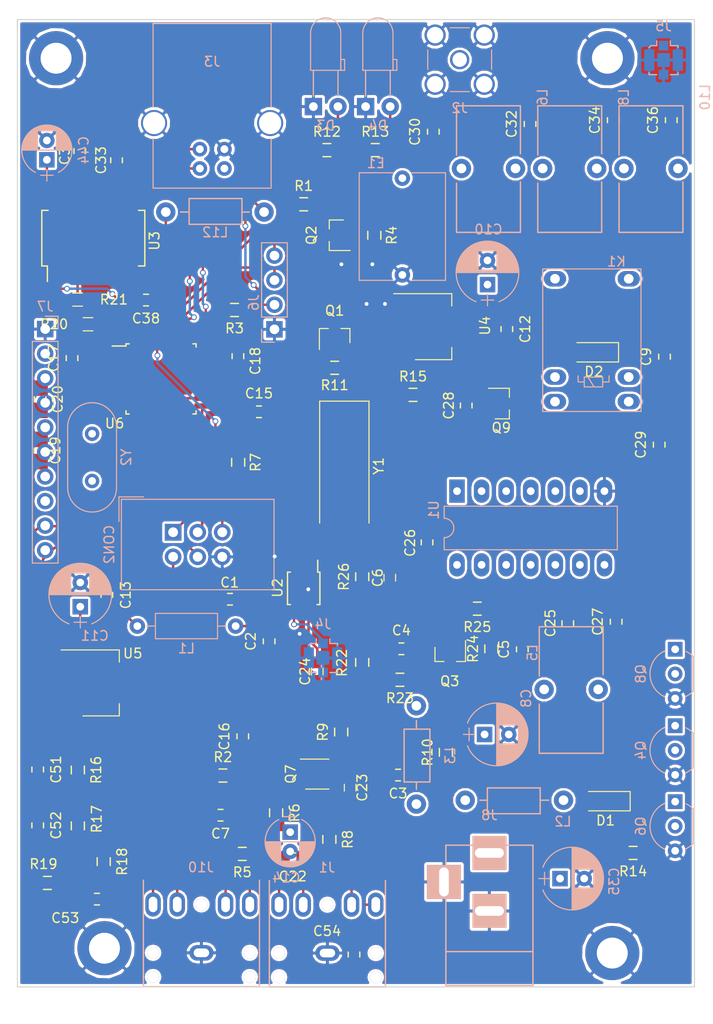
<source format=kicad_pcb>
(kicad_pcb (version 4) (host pcbnew 4.0.7)
  (layers (0 F.Cu signal) (31 B.Cu signal) (34 B.Paste user) (35 F.Paste user) (36 B.SilkS user) (37 F.SilkS user) (38 B.Mask user) (39 F.Mask user) (44 Edge.Cuts user))
  (net 0 "")
  (net 1 GND)
  (net 2 +3V3)
  (net 3 "Net-(Q1-Pad2)")
  (net 4 SDA)
  (net 5 "Net-(Q2-Pad2)")
  (net 6 SCL)
  (net 7 +5V)
  (net 8 "Net-(C18-Pad1)")
  (net 9 "Net-(C2-Pad2)")
  (net 10 "Net-(C19-Pad1)")
  (net 11 "Net-(C20-Pad1)")
  (net 12 "Net-(U2-Pad2)")
  (net 13 "Net-(U2-Pad3)")
  (net 14 "Net-(C51-Pad1)")
  (net 15 "Net-(C52-Pad1)")
  (net 16 "Net-(C53-Pad2)")
  (net 17 "Net-(C53-Pad1)")
  (net 18 "Net-(CON2-Pad1)")
  (net 19 "Net-(CON2-Pad3)")
  (net 20 "Net-(CON2-Pad4)")
  (net 21 RESET)
  (net 22 LPF)
  (net 23 +12V)
  (net 24 "Net-(D2-Pad2)")
  (net 25 "Net-(C14-Pad2)")
  (net 26 "Net-(C25-Pad2)")
  (net 27 "Net-(C27-Pad1)")
  (net 28 CLK1)
  (net 29 "Net-(C24-Pad1)")
  (net 30 "Net-(C16-Pad1)")
  (net 31 "Net-(C23-Pad1)")
  (net 32 "Net-(C14-Pad1)")
  (net 33 "Net-(C22-Pad1)")
  (net 34 "Net-(C30-Pad1)")
  (net 35 "Net-(C32-Pad1)")
  (net 36 "Net-(C34-Pad1)")
  (net 37 RF_IN)
  (net 38 "Net-(C31-Pad1)")
  (net 39 "Net-(C29-Pad2)")
  (net 40 "Net-(C28-Pad1)")
  (net 41 "Net-(C38-Pad2)")
  (net 42 TxD)
  (net 43 RxD)
  (net 44 "Net-(C25-Pad1)")
  (net 45 "Net-(C33-Pad1)")
  (net 46 "Net-(J3-Pad2)")
  (net 47 "Net-(J3-Pad3)")
  (net 48 +12VA)
  (net 49 RX_TX)
  (net 50 CLK0)
  (net 51 "Net-(D3-Pad2)")
  (net 52 LED_GREEN)
  (net 53 "Net-(J4-Pad1)")
  (net 54 "Net-(D4-Pad2)")
  (net 55 LED_RED)
  (net 56 "Net-(R20-Pad2)")
  (net 57 "Net-(R21-Pad2)")
  (net 58 "Net-(C3-Pad1)")
  (net 59 "Net-(C4-Pad1)")
  (net 60 "Net-(C4-Pad2)")
  (net 61 "Net-(C23-Pad2)")
  (net 62 "Net-(C5-Pad2)")
  (net 63 "Net-(C6-Pad1)")
  (net 64 "Net-(J3-Pad1)")
  (net 65 "Net-(U3-Pad3)")
  (net 66 "Net-(U3-Pad6)")
  (net 67 "Net-(U3-Pad9)")
  (net 68 "Net-(U3-Pad10)")
  (net 69 "Net-(U3-Pad11)")
  (net 70 "Net-(U3-Pad12)")
  (net 71 "Net-(U3-Pad13)")
  (net 72 "Net-(U3-Pad14)")
  (net 73 "Net-(U3-Pad22)")
  (net 74 "Net-(U3-Pad23)")
  (net 75 "Net-(U3-Pad27)")
  (net 76 "Net-(U3-Pad28)")
  (net 77 IO_5)
  (net 78 IO_6)
  (net 79 IO_7)
  (net 80 "Net-(U6-Pad19)")
  (net 81 "Net-(U6-Pad22)")
  (net 82 IO_1)
  (net 83 IO_4)
  (net 84 IO_8)
  (net 85 IO_9)
  (net 86 IO_10)
  (module Pin_Headers:Pin_Header_Straight_1x04_Pitch2.54mm (layer B.Cu) (at 126.575 92.025)
    (fp_text reference J6 (at -2.14 -2.76 90) (layer B.SilkS) (effects (justify mirror)))
    (fp_text value I2C)
    (pad 1 thru_hole rect (at 0 0) (size 1.7 1.7) (drill 1) (layers *.Cu *.Mask) (net 1 GND))
    (pad 2 thru_hole oval (at 0 -2.54) (size 1.7 1.7) (drill 1) (layers *.Cu *.Mask) (net 7 +5V))
    (pad 3 thru_hole oval (at 0 -5.08) (size 1.7 1.7) (drill 1) (layers *.Cu *.Mask) (net 4 SDA))
    (pad 4 thru_hole oval (at 0 -7.62) (size 1.7 1.7) (drill 1) (layers *.Cu *.Mask) (net 6 SCL))
  )
  (module Mounting_Holes:MountingHole_3.2mm_M3_DIN965_Pad (layer F.Cu) (at 161.5 156.5)
    (fp_text reference J12 hide)
    (fp_text value Conn_01x01)
    (pad 1 thru_hole circle (at 0 0) (size 5.6 5.6) (drill 3.2) (layers *.Cu *.Mask) (net 1 GND))
  )
  (module Mounting_Holes:MountingHole_3.2mm_M3_DIN965_Pad (layer F.Cu) (at 109 156)
    (fp_text reference J13 hide)
    (fp_text value Conn_01x01)
    (pad 1 thru_hole circle (at 0 0) (size 5.6 5.6) (drill 3.2) (layers *.Cu *.Mask) (net 1 GND))
  )
  (module Mounting_Holes:MountingHole_3.2mm_M3_DIN965_Pad (layer F.Cu) (at 104 64)
    (fp_text reference J14 hide)
    (fp_text value Conn_01x01)
    (pad 1 thru_hole circle (at 0 0) (size 5.6 5.6) (drill 3.2) (layers *.Cu *.Mask) (net 1 GND))
  )
  (module Mounting_Holes:MountingHole_3.2mm_M3_DIN965_Pad (layer F.Cu) (at 161 64)
    (fp_text reference J15 hide)
    (fp_text value Conn_01x01)
    (pad 1 thru_hole circle (at 0 0) (size 5.6 5.6) (drill 3.2) (layers *.Cu *.Mask) (net 1 GND))
  )
  (module LCSDR:C_1206_0603 (layer F.Cu) (at 121.975 119.925 180)
    (fp_text reference C1 (at 0.025 1.725 180) (layer F.SilkS))
    (fp_text value 1µF)
    (pad 2 smd rect (at 1.15 0 180) (size 1.6 1.6) (layers F.Cu F.Paste F.Mask) (net 1 GND))
    (pad 1 smd rect (at -1.15 0 180) (size 1.6 1.6) (layers F.Cu F.Paste F.Mask) (net 2 +3V3))
  )
  (module LCSDR:C_1206_0603 (layer F.Cu) (at 126.025 124.275 90)
    (fp_text reference C2 (at 0 -1.9 90) (layer F.SilkS))
    (fp_text value 1µF)
    (pad 2 smd rect (at 1.15 0 90) (size 1.6 1.6) (layers F.Cu F.Paste F.Mask) (net 9 "Net-(C2-Pad2)"))
    (pad 1 smd rect (at -1.15 0 90) (size 1.6 1.6) (layers F.Cu F.Paste F.Mask) (net 1 GND))
  )
  (module Capacitors_THT:CP_Radial_D6.3mm_P2.50mm (layer B.Cu) (at 148.3 133.9)
    (fp_text reference C8 (at 4.3 -3.73 90) (layer B.SilkS) (effects (justify mirror)))
    (fp_text value 100uF)
    (pad 1 thru_hole rect (at 0 0) (size 1.6 1.6) (drill 0.8) (layers *.Cu *.Mask) (net 23 +12V))
    (pad 2 thru_hole circle (at 2.5 0) (size 1.6 1.6) (drill 0.8) (layers *.Cu *.Mask) (net 1 GND))
  )
  (module LCSDR:C_1206_0603 (layer F.Cu) (at 166.9 94.85 90)
    (fp_text reference C9 (at 0 -1.9 90) (layer F.SilkS))
    (fp_text value 100nF)
    (pad 2 smd rect (at 1.15 0 90) (size 1.6 1.6) (layers F.Cu F.Paste F.Mask) (net 1 GND))
    (pad 1 smd rect (at -1.15 0 90) (size 1.6 1.6) (layers F.Cu F.Paste F.Mask) (net 23 +12V))
  )
  (module Capacitors_THT:CP_Radial_D6.3mm_P2.50mm (layer B.Cu) (at 148.6 87.4 90)
    (fp_text reference C10 (at 5.7 0.1 360) (layer B.SilkS) (effects (justify mirror)))
    (fp_text value 100uF)
    (pad 1 thru_hole rect (at 0 0 90) (size 1.6 1.6) (drill 0.8) (layers *.Cu *.Mask) (net 7 +5V))
    (pad 2 thru_hole circle (at 2.5 0 90) (size 1.6 1.6) (drill 0.8) (layers *.Cu *.Mask) (net 1 GND))
  )
  (module LCSDR:C_1206_0603 (layer F.Cu) (at 150.6 92 270)
    (fp_text reference C12 (at 0 -1.9 270) (layer F.SilkS))
    (fp_text value 100nF)
    (pad 2 smd rect (at 1.15 0 270) (size 1.6 1.6) (layers F.Cu F.Paste F.Mask) (net 1 GND))
    (pad 1 smd rect (at -1.15 0 270) (size 1.6 1.6) (layers F.Cu F.Paste F.Mask) (net 7 +5V))
  )
  (module LCSDR:C_1206_0603 (layer F.Cu) (at 109.25 119.475 90)
    (fp_text reference C13 (at -0.025 1.95 90) (layer F.SilkS))
    (fp_text value 100nF)
    (pad 2 smd rect (at 1.15 0 90) (size 1.6 1.6) (layers F.Cu F.Paste F.Mask) (net 1 GND))
    (pad 1 smd rect (at -1.15 0 90) (size 1.6 1.6) (layers F.Cu F.Paste F.Mask) (net 2 +3V3))
  )
  (module LCSDR:C_1206_0603 (layer F.Cu) (at 124.975 100.55)
    (fp_text reference C15 (at 0 -1.9) (layer F.SilkS))
    (fp_text value 100nF)
    (pad 2 smd rect (at 1.15 0) (size 1.6 1.6) (layers F.Cu F.Paste F.Mask) (net 1 GND))
    (pad 1 smd rect (at -1.15 0) (size 1.6 1.6) (layers F.Cu F.Paste F.Mask) (net 7 +5V))
  )
  (module LCSDR:C_1206_0603 (layer F.Cu) (at 105.65 95 90)
    (fp_text reference C17 (at 0 -1.9 90) (layer F.SilkS))
    (fp_text value 100nF)
    (pad 2 smd rect (at 1.15 0 90) (size 1.6 1.6) (layers F.Cu F.Paste F.Mask) (net 1 GND))
    (pad 1 smd rect (at -1.15 0 90) (size 1.6 1.6) (layers F.Cu F.Paste F.Mask) (net 7 +5V))
  )
  (module LCSDR:C_1206_0603 (layer F.Cu) (at 122.8 94.8 90)
    (fp_text reference C18 (at -0.5 1.8 90) (layer F.SilkS))
    (fp_text value 100nF)
    (pad 2 smd rect (at 1.15 0 90) (size 1.6 1.6) (layers F.Cu F.Paste F.Mask) (net 1 GND))
    (pad 1 smd rect (at -1.15 0 90) (size 1.6 1.6) (layers F.Cu F.Paste F.Mask) (net 8 "Net-(C18-Pad1)"))
  )
  (module LCSDR:C_1206_0603 (layer F.Cu) (at 102.35 104.55 90)
    (fp_text reference C19 (at 0 1.575 90) (layer F.SilkS))
    (fp_text value 22pF)
    (pad 2 smd rect (at 1.15 0 90) (size 1.6 1.6) (layers F.Cu F.Paste F.Mask) (net 1 GND))
    (pad 1 smd rect (at -1.15 0 90) (size 1.6 1.6) (layers F.Cu F.Paste F.Mask) (net 10 "Net-(C19-Pad1)"))
  )
  (module LCSDR:C_1206_0603 (layer F.Cu) (at 102.35 99.25 90)
    (fp_text reference C20 (at 0 1.82 90) (layer F.SilkS))
    (fp_text value 22pF)
    (pad 2 smd rect (at 1.15 0 90) (size 1.6 1.6) (layers F.Cu F.Paste F.Mask) (net 1 GND))
    (pad 1 smd rect (at -1.15 0 90) (size 1.6 1.6) (layers F.Cu F.Paste F.Mask) (net 11 "Net-(C20-Pad1)"))
  )
  (module TO_SOT_Packages_SMD:SOT-23 (layer F.Cu) (at 132.8 92.7 90)
    (fp_text reference Q1 (at 2.6 0 180) (layer F.SilkS))
    (fp_text value 2N7002)
    (pad 1 smd rect (at -1 -0.95 90) (size 0.9 0.8) (layers F.Cu F.Paste F.Mask) (net 2 +3V3))
    (pad 2 smd rect (at -1 0.95 90) (size 0.9 0.8) (layers F.Cu F.Paste F.Mask) (net 3 "Net-(Q1-Pad2)"))
    (pad 3 smd rect (at 1 0 90) (size 0.9 0.8) (layers F.Cu F.Paste F.Mask) (net 4 SDA))
  )
  (module TO_SOT_Packages_SMD:SOT-23 (layer F.Cu) (at 133 82.3 180)
    (fp_text reference Q2 (at 2.6 0 270) (layer F.SilkS))
    (fp_text value 2N7002)
    (pad 1 smd rect (at -1 -0.95 180) (size 0.9 0.8) (layers F.Cu F.Paste F.Mask) (net 2 +3V3))
    (pad 2 smd rect (at -1 0.95 180) (size 0.9 0.8) (layers F.Cu F.Paste F.Mask) (net 5 "Net-(Q2-Pad2)"))
    (pad 3 smd rect (at 1 0 180) (size 0.9 0.8) (layers F.Cu F.Paste F.Mask) (net 6 SCL))
  )
  (module LCSDR:R_1206_0603 (layer F.Cu) (at 122.825 105.775 270)
    (fp_text reference R7 (at 0 -1.8 270) (layer F.SilkS))
    (fp_text value 10k)
    (pad 1 smd rect (at -1.2 0) (size 1.7 1.4) (layers F.Cu F.Paste F.Mask) (net 7 +5V))
    (pad 2 smd rect (at 1.2 0 270) (size 1.4 1.7) (layers F.Cu F.Paste F.Mask) (net 21 RESET))
  )
  (module Housings_SSOP:MSOP-10_3x3mm_Pitch0.5mm (layer F.Cu) (at 129.6 118.8 270)
    (fp_text reference U2 (at -0.05 2.7 270) (layer F.SilkS))
    (fp_text value Si5351)
    (pad 1 smd rect (at -2.2 -1 270) (size 1.4 0.3) (layers F.Cu F.Paste F.Mask) (net 2 +3V3))
    (pad 2 smd rect (at -2.2 -0.5 270) (size 1.4 0.3) (layers F.Cu F.Paste F.Mask) (net 12 "Net-(U2-Pad2)"))
    (pad 3 smd rect (at -2.2 0 270) (size 1.4 0.3) (layers F.Cu F.Paste F.Mask) (net 13 "Net-(U2-Pad3)"))
    (pad 4 smd rect (at -2.2 0.5 270) (size 1.4 0.3) (layers F.Cu F.Paste F.Mask) (net 5 "Net-(Q2-Pad2)"))
    (pad 5 smd rect (at -2.2 1 270) (size 1.4 0.3) (layers F.Cu F.Paste F.Mask) (net 3 "Net-(Q1-Pad2)"))
    (pad 6 smd rect (at 2.2 1 270) (size 1.4 0.3) (layers F.Cu F.Paste F.Mask) (net 53 "Net-(J4-Pad1)"))
    (pad 7 smd rect (at 2.2 0.5 270) (size 1.4 0.3) (layers F.Cu F.Paste F.Mask) (net 9 "Net-(C2-Pad2)"))
    (pad 8 smd rect (at 2.2 0 270) (size 1.4 0.3) (layers F.Cu F.Paste F.Mask) (net 1 GND))
    (pad 9 smd rect (at 2.2 -0.5 270) (size 1.4 0.3) (layers F.Cu F.Paste F.Mask) (net 28 CLK1))
    (pad 10 smd rect (at 2.2 -1 270) (size 1.4 0.3) (layers F.Cu F.Paste F.Mask) (net 50 CLK0))
  )
  (module TO_SOT_Packages_SMD:SOT-223-3_TabPin2 (layer F.Cu) (at 143 91.75)
    (fp_text reference U4 (at 5.35 -0.1 90) (layer F.SilkS))
    (fp_text value LM1117-5.0)
    (pad 2 smd rect (at 3.15 0) (size 2 3.8) (layers F.Cu F.Paste F.Mask) (net 7 +5V))
    (pad 2 smd rect (at -3.15 0) (size 2 1.5) (layers F.Cu F.Paste F.Mask) (net 7 +5V))
    (pad 3 smd rect (at -3.15 2.3) (size 2 1.5) (layers F.Cu F.Paste F.Mask) (net 23 +12V))
    (pad 1 smd rect (at -3.15 -2.3) (size 2 1.5) (layers F.Cu F.Paste F.Mask) (net 1 GND))
  )
  (module TO_SOT_Packages_SMD:SOT-223-3_TabPin2 (layer F.Cu) (at 108.625 128.575)
    (fp_text reference U5 (at 3.3 -3.05 180) (layer F.SilkS))
    (fp_text value LM1117-3.3)
    (pad 2 smd rect (at 3.15 0) (size 2 3.8) (layers F.Cu F.Paste F.Mask) (net 2 +3V3))
    (pad 2 smd rect (at -3.15 0) (size 2 1.5) (layers F.Cu F.Paste F.Mask) (net 2 +3V3))
    (pad 3 smd rect (at -3.15 2.3) (size 2 1.5) (layers F.Cu F.Paste F.Mask) (net 7 +5V))
    (pad 1 smd rect (at -3.15 -2.3) (size 2 1.5) (layers F.Cu F.Paste F.Mask) (net 1 GND))
  )
  (module Housings_QFP:TQFP-32_7x7mm_Pitch0.8mm (layer F.Cu) (at 114.85 97.15)
    (fp_text reference U6 (at -4.8 4.6) (layer F.SilkS))
    (fp_text value ATMEGA328P-AU)
    (pad 1 smd rect (at -4.25 -2.8) (size 1.6 0.55) (layers F.Cu F.Paste F.Mask) (net 77 IO_5))
    (pad 2 smd rect (at -4.25 -2) (size 1.6 0.55) (layers F.Cu F.Paste F.Mask) (net 78 IO_6))
    (pad 3 smd rect (at -4.25 -1.2) (size 1.6 0.55) (layers F.Cu F.Paste F.Mask) (net 1 GND))
    (pad 4 smd rect (at -4.25 -0.4) (size 1.6 0.55) (layers F.Cu F.Paste F.Mask) (net 7 +5V))
    (pad 5 smd rect (at -4.25 0.4) (size 1.6 0.55) (layers F.Cu F.Paste F.Mask) (net 1 GND))
    (pad 6 smd rect (at -4.25 1.2) (size 1.6 0.55) (layers F.Cu F.Paste F.Mask) (net 7 +5V))
    (pad 7 smd rect (at -4.25 2) (size 1.6 0.55) (layers F.Cu F.Paste F.Mask) (net 11 "Net-(C20-Pad1)"))
    (pad 8 smd rect (at -4.25 2.8) (size 1.6 0.55) (layers F.Cu F.Paste F.Mask) (net 10 "Net-(C19-Pad1)"))
    (pad 9 smd rect (at -2.8 4.25 90) (size 1.6 0.55) (layers F.Cu F.Paste F.Mask) (net 79 IO_7))
    (pad 10 smd rect (at -2 4.25 90) (size 1.6 0.55) (layers F.Cu F.Paste F.Mask) (net 1 GND))
    (pad 11 smd rect (at -1.2 4.25 90) (size 1.6 0.55) (layers F.Cu F.Paste F.Mask) (net 14 "Net-(C51-Pad1)"))
    (pad 12 smd rect (at -0.4 4.25 90) (size 1.6 0.55) (layers F.Cu F.Paste F.Mask) (net 84 IO_8))
    (pad 13 smd rect (at 0.4 4.25 90) (size 1.6 0.55) (layers F.Cu F.Paste F.Mask) (net 85 IO_9))
    (pad 14 smd rect (at 1.2 4.25 90) (size 1.6 0.55) (layers F.Cu F.Paste F.Mask) (net 86 IO_10))
    (pad 15 smd rect (at 2 4.25 90) (size 1.6 0.55) (layers F.Cu F.Paste F.Mask) (net 20 "Net-(CON2-Pad4)"))
    (pad 16 smd rect (at 2.8 4.25 90) (size 1.6 0.55) (layers F.Cu F.Paste F.Mask) (net 18 "Net-(CON2-Pad1)"))
    (pad 17 smd rect (at 4.25 2.8) (size 1.6 0.55) (layers F.Cu F.Paste F.Mask) (net 19 "Net-(CON2-Pad3)"))
    (pad 18 smd rect (at 4.25 2) (size 1.6 0.55) (layers F.Cu F.Paste F.Mask) (net 7 +5V))
    (pad 19 smd rect (at 4.25 1.2) (size 1.6 0.55) (layers F.Cu F.Paste F.Mask) (net 80 "Net-(U6-Pad19)"))
    (pad 20 smd rect (at 4.25 0.4) (size 1.6 0.55) (layers F.Cu F.Paste F.Mask) (net 8 "Net-(C18-Pad1)"))
    (pad 21 smd rect (at 4.25 -0.4) (size 1.6 0.55) (layers F.Cu F.Paste F.Mask) (net 1 GND))
    (pad 22 smd rect (at 4.25 -1.2) (size 1.6 0.55) (layers F.Cu F.Paste F.Mask) (net 81 "Net-(U6-Pad22)"))
    (pad 23 smd rect (at 4.25 -2) (size 1.6 0.55) (layers F.Cu F.Paste F.Mask) (net 49 RX_TX))
    (pad 24 smd rect (at 4.25 -2.8) (size 1.6 0.55) (layers F.Cu F.Paste F.Mask) (net 82 IO_1))
    (pad 25 smd rect (at 2.8 -4.25 90) (size 1.6 0.55) (layers F.Cu F.Paste F.Mask) (net 55 LED_RED))
    (pad 26 smd rect (at 2 -4.25 90) (size 1.6 0.55) (layers F.Cu F.Paste F.Mask) (net 52 LED_GREEN))
    (pad 27 smd rect (at 1.2 -4.25 90) (size 1.6 0.55) (layers F.Cu F.Paste F.Mask) (net 4 SDA))
    (pad 28 smd rect (at 0.4 -4.25 90) (size 1.6 0.55) (layers F.Cu F.Paste F.Mask) (net 6 SCL))
    (pad 29 smd rect (at -0.4 -4.25 90) (size 1.6 0.55) (layers F.Cu F.Paste F.Mask) (net 21 RESET))
    (pad 30 smd rect (at -1.2 -4.25 90) (size 1.6 0.55) (layers F.Cu F.Paste F.Mask) (net 43 RxD))
    (pad 31 smd rect (at -2 -4.25 90) (size 1.6 0.55) (layers F.Cu F.Paste F.Mask) (net 42 TxD))
    (pad 32 smd rect (at -2.8 -4.25 90) (size 1.6 0.55) (layers F.Cu F.Paste F.Mask) (net 83 IO_4))
  )
  (module Crystals:Crystal_SMD_HC49-SD (layer F.Cu) (at 133.8 106.15 270)
    (fp_text reference Y1 (at 0 -3.55 270) (layer F.SilkS))
    (fp_text value 25Mhz)
    (pad 1 smd rect (at -4.25 0 270) (size 4.5 2) (layers F.Cu F.Paste F.Mask) (net 13 "Net-(U2-Pad3)"))
    (pad 2 smd rect (at 4.25 0 270) (size 4.5 2) (layers F.Cu F.Paste F.Mask) (net 12 "Net-(U2-Pad2)"))
  )
  (module Crystals:Crystal_HC49-U_Vertical (layer B.Cu) (at 107.725 107.7 90)
    (fp_text reference Y2 (at 2.44 3.525 90) (layer B.SilkS) (effects (justify mirror)))
    (fp_text value 20Mhz)
    (pad 1 thru_hole circle (at 0 0 90) (size 1.5 1.5) (drill 0.8) (layers *.Cu *.Mask) (net 10 "Net-(C19-Pad1)"))
    (pad 2 thru_hole circle (at 4.88 0 90) (size 1.5 1.5) (drill 0.8) (layers *.Cu *.Mask) (net 11 "Net-(C20-Pad1)"))
  )
  (module Connectors_IDC:IDC-Header_2x03_Pitch2.54mm_Straight (layer B.Cu) (at 116.1 113 270)
    (fp_text reference CON2 (at 1.27 6.604 270) (layer B.SilkS) (effects (justify mirror)))
    (fp_text value AVR-ISP-6)
    (pad 1 thru_hole rect (at 0 0 270) (size 1.7272 1.7272) (drill 1.016) (layers *.Cu *.Mask) (net 18 "Net-(CON2-Pad1)"))
    (pad 2 thru_hole oval (at 2.54 0 270) (size 1.7272 1.7272) (drill 1.016) (layers *.Cu *.Mask) (net 7 +5V))
    (pad 3 thru_hole oval (at 0 -2.54 270) (size 1.7272 1.7272) (drill 1.016) (layers *.Cu *.Mask) (net 19 "Net-(CON2-Pad3)"))
    (pad 4 thru_hole oval (at 2.54 -2.54 270) (size 1.7272 1.7272) (drill 1.016) (layers *.Cu *.Mask) (net 20 "Net-(CON2-Pad4)"))
    (pad 5 thru_hole oval (at 0 -5.08 270) (size 1.7272 1.7272) (drill 1.016) (layers *.Cu *.Mask) (net 21 RESET))
    (pad 6 thru_hole oval (at 2.54 -5.08 270) (size 1.7272 1.7272) (drill 1.016) (layers *.Cu *.Mask) (net 1 GND))
  )
  (module LCSDR:C_1206_0603 (layer F.Cu) (at 102.1 137.525 270)
    (fp_text reference C51 (at 0 -1.9 270) (layer F.SilkS))
    (fp_text value 10nF)
    (pad 2 smd rect (at 1.15 0 270) (size 1.6 1.6) (layers F.Cu F.Paste F.Mask) (net 1 GND))
    (pad 1 smd rect (at -1.15 0 270) (size 1.6 1.6) (layers F.Cu F.Paste F.Mask) (net 14 "Net-(C51-Pad1)"))
  )
  (module LCSDR:C_1206_0603 (layer F.Cu) (at 102.1 143.3 270)
    (fp_text reference C52 (at 0 -1.9 270) (layer F.SilkS))
    (fp_text value 10nF)
    (pad 2 smd rect (at 1.15 0 270) (size 1.6 1.6) (layers F.Cu F.Paste F.Mask) (net 1 GND))
    (pad 1 smd rect (at -1.15 0 270) (size 1.6 1.6) (layers F.Cu F.Paste F.Mask) (net 15 "Net-(C52-Pad1)"))
  )
  (module LCSDR:C_1206_0603 (layer F.Cu) (at 108.225 150.925 180)
    (fp_text reference C53 (at 3.275 -1.95 180) (layer F.SilkS))
    (fp_text value 100nF)
    (pad 2 smd rect (at 1.15 0 180) (size 1.6 1.6) (layers F.Cu F.Paste F.Mask) (net 16 "Net-(C53-Pad2)"))
    (pad 1 smd rect (at -1.15 0 180) (size 1.6 1.6) (layers F.Cu F.Paste F.Mask) (net 17 "Net-(C53-Pad1)"))
  )
  (module Connectors:SMA_THT_Jack_Straight (layer B.Cu) (at 145.725 64.15)
    (fp_text reference J2 (at 0 5) (layer B.SilkS) (effects (justify mirror)))
    (fp_text value ANT)
    (pad 2 thru_hole circle (at -2.54 -2.54) (size 2.2 2.2) (drill 1.7) (layers *.Cu *.Mask) (net 1 GND))
    (pad 2 thru_hole circle (at -2.54 2.54) (size 2.2 2.2) (drill 1.7) (layers *.Cu *.Mask) (net 1 GND))
    (pad 2 thru_hole circle (at 2.54 2.54) (size 2.2 2.2) (drill 1.7) (layers *.Cu *.Mask) (net 1 GND))
    (pad 2 thru_hole circle (at 2.54 -2.54) (size 2.2 2.2) (drill 1.7) (layers *.Cu *.Mask) (net 1 GND))
    (pad 1 thru_hole circle (at 0 0) (size 2 2) (drill 1.5) (layers *.Cu *.Mask) (net 34 "Net-(C30-Pad1)"))
  )
  (module LCSDR:audio_jack_3_5mm_PJ307 (layer B.Cu) (at 119.025 156.475)
    (fp_text reference J10 (at -0.06 -8.84) (layer B.SilkS) (effects (justify mirror)))
    (fp_text value SPK)
    (pad 1 thru_hole oval (at 0 0) (size 2.5 1.6) (drill oval 1.6 0.9) (layers *.Cu *.Mask) (net 1 GND))
    (pad 6 thru_hole oval (at 0 -5) (size 1.2 1.2) (drill oval 1.2) (layers *.Cu *.Mask))
    (pad 2 thru_hole oval (at 5 -5) (size 1.6 2.5) (drill oval 0.9 1.6) (layers *.Cu *.Mask) (net 17 "Net-(C53-Pad1)"))
    (pad 3 thru_hole oval (at 2.5 -5) (size 1.6 2.5) (drill oval 0.9 1.6) (layers *.Cu *.Mask) (net 17 "Net-(C53-Pad1)"))
    (pad 4 thru_hole oval (at -2.5 -5) (size 1.6 2.5) (drill oval 0.9 1.6) (layers *.Cu *.Mask) (net 17 "Net-(C53-Pad1)"))
    (pad 5 thru_hole oval (at -5 -5) (size 1.6 2.5) (drill oval 0.9 1.6) (layers *.Cu *.Mask) (net 17 "Net-(C53-Pad1)"))
    (pad 7 thru_hole oval (at 5 0) (size 1.2 1.2) (drill oval 1.2) (layers *.Cu *.Mask))
    (pad 8 thru_hole oval (at -5 0) (size 1.2 1.2) (drill oval 1.2) (layers *.Cu *.Mask))
    (pad 9 thru_hole oval (at 5 2.5) (size 1.2 1.2) (drill oval 1.2) (layers *.Cu *.Mask))
    (pad 10 thru_hole oval (at -5 2.5) (size 1.2 1.2) (drill oval 1.2) (layers *.Cu *.Mask))
  )
  (module Relays_THT:Relay_SPDT_HJR-4102 (layer B.Cu) (at 163.2 86.8 180)
    (fp_text reference K1 (at 1.27 1.778 180) (layer B.SilkS) (effects (justify mirror)))
    (fp_text value TIANBO-HJR-4102-L)
    (pad 12 thru_hole oval (at 7.62 0 180) (size 2.3 1.6) (drill 1) (layers *.Cu *.Mask) (net 22 LPF))
    (pad 8 thru_hole oval (at 7.62 -10.16 180) (size 2.3 1.6) (drill 1) (layers *.Cu *.Mask) (net 24 "Net-(D2-Pad2)"))
    (pad 1 thru_hole oval (at 0 0 180) (size 2.3 1.6) (drill 1) (layers *.Cu *.Mask) (net 22 LPF))
    (pad 5 thru_hole oval (at 0 -10.16 180) (size 2.3 1.6) (drill 1) (layers *.Cu *.Mask) (net 23 +12V))
    (pad 7 thru_hole oval (at 7.62 -12.7 180) (size 2.3 1.6) (drill 1) (layers *.Cu *.Mask) (net 37 RF_IN))
    (pad 6 thru_hole oval (at 0 -12.7 180) (size 2.3 1.6) (drill 1) (layers *.Cu *.Mask) (net 39 "Net-(C29-Pad2)"))
  )
  (module TO_SOT_Packages_SMD:SOT-23 (layer F.Cu) (at 150.1 99.7)
    (fp_text reference Q9 (at -0.075 2.5) (layer F.SilkS))
    (fp_text value BC849)
    (pad 1 smd rect (at -1 -0.95) (size 0.9 0.8) (layers F.Cu F.Paste F.Mask) (net 40 "Net-(C28-Pad1)"))
    (pad 2 smd rect (at -1 0.95) (size 0.9 0.8) (layers F.Cu F.Paste F.Mask) (net 1 GND))
    (pad 3 smd rect (at 1 0) (size 0.9 0.8) (layers F.Cu F.Paste F.Mask) (net 24 "Net-(D2-Pad2)"))
  )
  (module LCSDR:R_1206_0603 (layer F.Cu) (at 106.25 137.575 270)
    (fp_text reference R16 (at 0 -1.9 270) (layer F.SilkS))
    (fp_text value 10k)
    (pad 1 smd rect (at -1.2 0) (size 1.7 1.4) (layers F.Cu F.Paste F.Mask) (net 14 "Net-(C51-Pad1)"))
    (pad 2 smd rect (at 1.2 0 270) (size 1.4 1.7) (layers F.Cu F.Paste F.Mask) (net 15 "Net-(C52-Pad1)"))
  )
  (module LCSDR:R_1206_0603 (layer F.Cu) (at 106.25 143.35 270)
    (fp_text reference R17 (at -0.7 -1.95 270) (layer F.SilkS))
    (fp_text value 10k)
    (pad 1 smd rect (at -1.2 0) (size 1.7 1.4) (layers F.Cu F.Paste F.Mask) (net 15 "Net-(C52-Pad1)"))
    (pad 2 smd rect (at 1.2 0 270) (size 1.4 1.7) (layers F.Cu F.Paste F.Mask) (net 16 "Net-(C53-Pad2)"))
  )
  (module LCSDR:R_1206_0603 (layer F.Cu) (at 108.925 147.05 270)
    (fp_text reference R18 (at 0 -1.9 270) (layer F.SilkS))
    (fp_text value 1M)
    (pad 1 smd rect (at -1.2 0) (size 1.7 1.4) (layers F.Cu F.Paste F.Mask) (net 2 +3V3))
    (pad 2 smd rect (at 1.2 0 270) (size 1.4 1.7) (layers F.Cu F.Paste F.Mask) (net 16 "Net-(C53-Pad2)"))
  )
  (module LCSDR:R_1206_0603 (layer F.Cu) (at 103.1 149.25 180)
    (fp_text reference R19 (at 0.4 1.95 180) (layer F.SilkS))
    (fp_text value 4.7K)
    (pad 1 smd rect (at -1.2 0 270) (size 1.7 1.4) (layers F.Cu F.Paste F.Mask) (net 16 "Net-(C53-Pad2)"))
    (pad 2 smd rect (at 1.2 0 180) (size 1.4 1.7) (layers F.Cu F.Paste F.Mask) (net 1 GND))
  )
  (module Resistors_THT:R_Axial_DIN0207_L6.3mm_D2.5mm_P10.16mm_Horizontal (layer B.Cu) (at 112.4 122.7)
    (fp_text reference L1 (at 5.08 2.31) (layer B.SilkS) (effects (justify mirror)))
    (fp_text value 100uH)
    (pad 1 thru_hole circle (at 0 0) (size 1.6 1.6) (drill 0.8) (layers *.Cu *.Mask) (net 2 +3V3))
    (pad 2 thru_hole oval (at 10.16 0) (size 1.6 1.6) (drill 0.8) (layers *.Cu *.Mask) (net 9 "Net-(C2-Pad2)"))
  )
  (module Capacitors_SMD:C_0603_HandSoldering (layer F.Cu) (at 131 127.4 90)
    (fp_text reference C24 (at 0 -1.25 90) (layer F.SilkS))
    (fp_text value 10nF)
    (pad 1 smd rect (at -0.95 0 90) (size 1.2 0.75) (layers F.Cu F.Paste F.Mask) (net 29 "Net-(C24-Pad1)"))
    (pad 2 smd rect (at 0.95 0 90) (size 1.2 0.75) (layers F.Cu F.Paste F.Mask) (net 28 CLK1))
  )
  (module TO_SOT_Packages_SMD:SOT-143 (layer F.Cu) (at 131 138)
    (fp_text reference Q7 (at -2.75 0 90) (layer F.SilkS))
    (fp_text value BF998)
    (pad 1 smd rect (at -1.1 -0.77 270) (size 1.2 1.4) (layers F.Cu F.Paste F.Mask) (net 1 GND))
    (pad 2 smd rect (at -1.1 0.95 270) (size 1 1.4) (layers F.Cu F.Paste F.Mask) (net 30 "Net-(C16-Pad1)"))
    (pad 3 smd rect (at 1.1 0.95 270) (size 1 1.4) (layers F.Cu F.Paste F.Mask) (net 29 "Net-(C24-Pad1)"))
    (pad 4 smd rect (at 1.1 -0.95 270) (size 1 1.4) (layers F.Cu F.Paste F.Mask) (net 31 "Net-(C23-Pad1)"))
  )
  (module LCSDR:R_1206_0603 (layer F.Cu) (at 132.25 144.75 270)
    (fp_text reference R8 (at 0 -1.9 270) (layer F.SilkS))
    (fp_text value 470)
    (pad 1 smd rect (at -1.2 0) (size 1.7 1.4) (layers F.Cu F.Paste F.Mask) (net 29 "Net-(C24-Pad1)"))
    (pad 2 smd rect (at 1.2 0 270) (size 1.4 1.7) (layers F.Cu F.Paste F.Mask) (net 1 GND))
  )
  (module LCSDR:R_1206_0603 (layer F.Cu) (at 133.475 133.65 90)
    (fp_text reference R9 (at 0 -1.9 90) (layer F.SilkS))
    (fp_text value 27k)
    (pad 1 smd rect (at -1.2 0 180) (size 1.7 1.4) (layers F.Cu F.Paste F.Mask) (net 31 "Net-(C23-Pad1)"))
    (pad 2 smd rect (at 1.2 0 90) (size 1.4 1.7) (layers F.Cu F.Paste F.Mask) (net 1 GND))
  )
  (module Capacitors_SMD:C_0603_HandSoldering (layer F.Cu) (at 134.4 139.4 270)
    (fp_text reference C23 (at 0 -1.25 270) (layer F.SilkS))
    (fp_text value 10nF)
    (pad 1 smd rect (at -0.95 0 270) (size 1.2 0.75) (layers F.Cu F.Paste F.Mask) (net 31 "Net-(C23-Pad1)"))
    (pad 2 smd rect (at 0.95 0 270) (size 1.2 0.75) (layers F.Cu F.Paste F.Mask) (net 61 "Net-(C23-Pad2)"))
  )
  (module LCSDR:C_1206_0603 (layer F.Cu) (at 121 142.25 180)
    (fp_text reference C7 (at 0 -1.9 180) (layer F.SilkS))
    (fp_text value 10nF)
    (pad 2 smd rect (at 1.15 0 180) (size 1.6 1.6) (layers F.Cu F.Paste F.Mask) (net 1 GND))
    (pad 1 smd rect (at -1.15 0 180) (size 1.6 1.6) (layers F.Cu F.Paste F.Mask) (net 32 "Net-(C14-Pad1)"))
  )
  (module Capacitors_THT:CP_Radial_D5.0mm_P2.00mm (layer B.Cu) (at 128.2 144 270)
    (fp_text reference C14 (at 4.7 0.4 360) (layer B.SilkS) (effects (justify mirror)))
    (fp_text value 2.2uF)
    (pad 1 thru_hole rect (at 0 0 270) (size 1.6 1.6) (drill 0.8) (layers *.Cu *.Mask) (net 32 "Net-(C14-Pad1)"))
    (pad 2 thru_hole circle (at 2 0 270) (size 1.6 1.6) (drill 0.8) (layers *.Cu *.Mask) (net 25 "Net-(C14-Pad2)"))
  )
  (module LCSDR:C_1206_0603 (layer F.Cu) (at 123.3 134.1 90)
    (fp_text reference C16 (at 0 -1.9 90) (layer F.SilkS))
    (fp_text value 10nF)
    (pad 2 smd rect (at 1.15 0 90) (size 1.6 1.6) (layers F.Cu F.Paste F.Mask) (net 1 GND))
    (pad 1 smd rect (at -1.15 0 90) (size 1.6 1.6) (layers F.Cu F.Paste F.Mask) (net 30 "Net-(C16-Pad1)"))
  )
  (module LCSDR:C_1206_0603 (layer F.Cu) (at 128.5 146.75)
    (fp_text reference C22 (at -0.03 1.83) (layer F.SilkS))
    (fp_text value 100nF)
    (pad 2 smd rect (at 1.15 0) (size 1.6 1.6) (layers F.Cu F.Paste F.Mask) (net 1 GND))
    (pad 1 smd rect (at -1.15 0) (size 1.6 1.6) (layers F.Cu F.Paste F.Mask) (net 33 "Net-(C22-Pad1)"))
  )
  (module Choke_Axial_ThroughHole:Choke_Horizontal_RM10mm (layer B.Cu) (at 151.3 140.7)
    (fp_text reference L2 (at 5.1 2.2) (layer B.SilkS) (effects (justify mirror)))
    (fp_text value 33µH)
    (pad 1 thru_hole circle (at -5.00126 0) (size 1.99898 1.99898) (drill 1.00076) (layers *.Cu *.Mask) (net 23 +12V))
    (pad 2 thru_hole circle (at 5.15874 0) (size 1.99898 1.99898) (drill 1.00076) (layers *.Cu *.Mask) (net 48 +12VA))
  )
  (module LCSDR:R_1206_0603 (layer F.Cu) (at 123.25 146.25 180)
    (fp_text reference R5 (at 0 -1.9 180) (layer F.SilkS))
    (fp_text value 100)
    (pad 1 smd rect (at -1.2 0 270) (size 1.7 1.4) (layers F.Cu F.Paste F.Mask) (net 33 "Net-(C22-Pad1)"))
    (pad 2 smd rect (at 1.2 0 180) (size 1.4 1.7) (layers F.Cu F.Paste F.Mask) (net 23 +12V))
  )
  (module LCSDR:R_1206_0603 (layer F.Cu) (at 126.75 142 270)
    (fp_text reference R6 (at 0 -1.9 270) (layer F.SilkS))
    (fp_text value 2.2k)
    (pad 1 smd rect (at -1.2 0) (size 1.7 1.4) (layers F.Cu F.Paste F.Mask) (net 30 "Net-(C16-Pad1)"))
    (pad 2 smd rect (at 1.2 0 270) (size 1.4 1.7) (layers F.Cu F.Paste F.Mask) (net 33 "Net-(C22-Pad1)"))
  )
  (module LCSDR:audio_jack_3_5mm_PJ307 (layer B.Cu) (at 132.05 156.5)
    (fp_text reference J1 (at -0.06 -8.84) (layer B.SilkS) (effects (justify mirror)))
    (fp_text value MIC)
    (pad 1 thru_hole oval (at 0 0) (size 2.5 1.6) (drill oval 1.6 0.9) (layers *.Cu *.Mask) (net 1 GND))
    (pad 6 thru_hole oval (at 0 -5) (size 1.2 1.2) (drill oval 1.2) (layers *.Cu *.Mask))
    (pad 2 thru_hole oval (at 5 -5) (size 1.6 2.5) (drill oval 0.9 1.6) (layers *.Cu *.Mask) (net 25 "Net-(C14-Pad2)"))
    (pad 3 thru_hole oval (at 2.5 -5) (size 1.6 2.5) (drill oval 0.9 1.6) (layers *.Cu *.Mask) (net 25 "Net-(C14-Pad2)"))
    (pad 4 thru_hole oval (at -2.5 -5) (size 1.6 2.5) (drill oval 0.9 1.6) (layers *.Cu *.Mask) (net 25 "Net-(C14-Pad2)"))
    (pad 5 thru_hole oval (at -5 -5) (size 1.6 2.5) (drill oval 0.9 1.6) (layers *.Cu *.Mask) (net 25 "Net-(C14-Pad2)"))
    (pad 7 thru_hole oval (at 5 0) (size 1.2 1.2) (drill oval 1.2) (layers *.Cu *.Mask))
    (pad 8 thru_hole oval (at -5 0) (size 1.2 1.2) (drill oval 1.2) (layers *.Cu *.Mask))
    (pad 9 thru_hole oval (at 5 2.5) (size 1.2 1.2) (drill oval 1.2) (layers *.Cu *.Mask))
    (pad 10 thru_hole oval (at -5 2.5) (size 1.2 1.2) (drill oval 1.2) (layers *.Cu *.Mask))
  )
  (module LCSDR:C_1206_0603 (layer F.Cu) (at 156.9 122.4 270)
    (fp_text reference C25 (at 0 1.8 270) (layer F.SilkS))
    (fp_text value 100nF)
    (pad 2 smd rect (at 1.15 0 270) (size 1.6 1.6) (layers F.Cu F.Paste F.Mask) (net 26 "Net-(C25-Pad2)"))
    (pad 1 smd rect (at -1.15 0 270) (size 1.6 1.6) (layers F.Cu F.Paste F.Mask) (net 44 "Net-(C25-Pad1)"))
  )
  (module LCSDR:C_1206_0603 (layer F.Cu) (at 142.35 114.05 90)
    (fp_text reference C26 (at -0.05 -1.75 90) (layer F.SilkS))
    (fp_text value 100nF)
    (pad 2 smd rect (at 1.15 0 90) (size 1.6 1.6) (layers F.Cu F.Paste F.Mask) (net 1 GND))
    (pad 1 smd rect (at -1.15 0 90) (size 1.6 1.6) (layers F.Cu F.Paste F.Mask) (net 7 +5V))
  )
  (module LCSDR:C_1206_0603 (layer F.Cu) (at 146.4 99.9 270)
    (fp_text reference C28 (at 0 1.8 270) (layer F.SilkS))
    (fp_text value 100pF)
    (pad 2 smd rect (at 1.15 0 270) (size 1.6 1.6) (layers F.Cu F.Paste F.Mask) (net 1 GND))
    (pad 1 smd rect (at -1.15 0 270) (size 1.6 1.6) (layers F.Cu F.Paste F.Mask) (net 40 "Net-(C28-Pad1)"))
  )
  (module LCSDR:C_1206_0603 (layer F.Cu) (at 166.35 103.95 90)
    (fp_text reference C29 (at 0 -1.9 90) (layer F.SilkS))
    (fp_text value 100nF)
    (pad 2 smd rect (at 1.15 0 90) (size 1.6 1.6) (layers F.Cu F.Paste F.Mask) (net 39 "Net-(C29-Pad2)"))
    (pad 1 smd rect (at -1.15 0 90) (size 1.6 1.6) (layers F.Cu F.Paste F.Mask) (net 27 "Net-(C27-Pad1)"))
  )
  (module Diodes_SMD:D_MiniMELF (layer F.Cu) (at 160.8 140.8 180)
    (fp_text reference D1 (at 0 -2 180) (layer F.SilkS))
    (fp_text value LL4148)
    (pad 1 smd rect (at -1.75 0 180) (size 1.3 1.7) (layers F.Cu F.Paste F.Mask) (net 26 "Net-(C25-Pad2)"))
    (pad 2 smd rect (at 1.75 0 180) (size 1.3 1.7) (layers F.Cu F.Paste F.Mask) (net 1 GND))
  )
  (module Diodes_SMD:D_MiniMELF (layer F.Cu) (at 159.6 94.4 180)
    (fp_text reference D2 (at 0 -2 180) (layer F.SilkS))
    (fp_text value LL4148)
    (pad 1 smd rect (at -1.75 0 180) (size 1.3 1.7) (layers F.Cu F.Paste F.Mask) (net 23 +12V))
    (pad 2 smd rect (at 1.75 0 180) (size 1.3 1.7) (layers F.Cu F.Paste F.Mask) (net 24 "Net-(D2-Pad2)"))
  )
  (module Choke_Toroid_ThroughHole:Choke_Toroid_6,5x13mm_Vertical (layer B.Cu) (at 153.95 135.85 90)
    (fp_text reference L5 (at 10.4 -0.7 90) (layer B.SilkS) (effects (justify mirror)))
    (fp_text value 20uH)
    (pad 1 thru_hole circle (at 6.604 0.508 90) (size 1.99898 1.99898) (drill 1.00076) (layers *.Cu *.Mask) (net 48 +12VA))
    (pad 2 thru_hole circle (at 6.604 6.096 90) (size 1.99898 1.99898) (drill 1.00076) (layers *.Cu *.Mask) (net 27 "Net-(C27-Pad1)"))
  )
  (module TO_SOT_Packages_THT:TO-92_Inline_Wide (layer B.Cu) (at 168 140.85 270)
    (fp_text reference Q6 (at 2.54 3.56 450) (layer B.SilkS) (effects (justify mirror)))
    (fp_text value BS170)
    (pad 2 thru_hole circle (at 2.54 0 180) (size 1.52 1.52) (drill 0.8) (layers *.Cu *.Mask) (net 26 "Net-(C25-Pad2)"))
    (pad 3 thru_hole circle (at 5.08 0 180) (size 1.52 1.52) (drill 0.8) (layers *.Cu *.Mask) (net 1 GND))
    (pad 1 thru_hole rect (at 0 0 180) (size 1.52 1.52) (drill 0.8) (layers *.Cu *.Mask) (net 27 "Net-(C27-Pad1)"))
  )
  (module TO_SOT_Packages_THT:TO-92_Inline_Wide (layer B.Cu) (at 168 125.1 270)
    (fp_text reference Q8 (at 2.54 3.56 450) (layer B.SilkS) (effects (justify mirror)))
    (fp_text value BS170)
    (pad 2 thru_hole circle (at 2.54 0 180) (size 1.52 1.52) (drill 0.8) (layers *.Cu *.Mask) (net 26 "Net-(C25-Pad2)"))
    (pad 3 thru_hole circle (at 5.08 0 180) (size 1.52 1.52) (drill 0.8) (layers *.Cu *.Mask) (net 1 GND))
    (pad 1 thru_hole rect (at 0 0 180) (size 1.52 1.52) (drill 0.8) (layers *.Cu *.Mask) (net 27 "Net-(C27-Pad1)"))
  )
  (module LCSDR:R_1206_0603 (layer F.Cu) (at 140.9 98.8 180)
    (fp_text reference R15 (at 0 1.9 180) (layer F.SilkS))
    (fp_text value 3.3k)
    (pad 1 smd rect (at -1.2 0 270) (size 1.7 1.4) (layers F.Cu F.Paste F.Mask) (net 40 "Net-(C28-Pad1)"))
    (pad 2 smd rect (at 1.2 0 180) (size 1.4 1.7) (layers F.Cu F.Paste F.Mask) (net 49 RX_TX))
  )
  (module Housings_DIP:DIP-14_W7.62mm_LongPads (layer B.Cu) (at 145.45 108.75 270)
    (fp_text reference U1 (at 1.95 2.4 270) (layer B.SilkS) (effects (justify mirror)))
    (fp_text value 74AC14)
    (pad 1 thru_hole rect (at 0 0 270) (size 2.4 1.6) (drill 0.8) (layers *.Cu *.Mask) (net 50 CLK0))
    (pad 8 thru_hole oval (at 7.62 -15.24 270) (size 2.4 1.6) (drill 0.8) (layers *.Cu *.Mask) (net 44 "Net-(C25-Pad1)"))
    (pad 2 thru_hole oval (at 0 -2.54 270) (size 2.4 1.6) (drill 0.8) (layers *.Cu *.Mask) (net 44 "Net-(C25-Pad1)"))
    (pad 9 thru_hole oval (at 7.62 -12.7 270) (size 2.4 1.6) (drill 0.8) (layers *.Cu *.Mask) (net 50 CLK0))
    (pad 3 thru_hole oval (at 0 -5.08 270) (size 2.4 1.6) (drill 0.8) (layers *.Cu *.Mask) (net 50 CLK0))
    (pad 10 thru_hole oval (at 7.62 -10.16 270) (size 2.4 1.6) (drill 0.8) (layers *.Cu *.Mask) (net 44 "Net-(C25-Pad1)"))
    (pad 4 thru_hole oval (at 0 -7.62 270) (size 2.4 1.6) (drill 0.8) (layers *.Cu *.Mask) (net 44 "Net-(C25-Pad1)"))
    (pad 11 thru_hole oval (at 7.62 -7.62 270) (size 2.4 1.6) (drill 0.8) (layers *.Cu *.Mask) (net 50 CLK0))
    (pad 5 thru_hole oval (at 0 -10.16 270) (size 2.4 1.6) (drill 0.8) (layers *.Cu *.Mask) (net 50 CLK0))
    (pad 12 thru_hole oval (at 7.62 -5.08 270) (size 2.4 1.6) (drill 0.8) (layers *.Cu *.Mask) (net 44 "Net-(C25-Pad1)"))
    (pad 6 thru_hole oval (at 0 -12.7 270) (size 2.4 1.6) (drill 0.8) (layers *.Cu *.Mask) (net 44 "Net-(C25-Pad1)"))
    (pad 13 thru_hole oval (at 7.62 -2.54 270) (size 2.4 1.6) (drill 0.8) (layers *.Cu *.Mask) (net 50 CLK0))
    (pad 7 thru_hole oval (at 0 -15.24 270) (size 2.4 1.6) (drill 0.8) (layers *.Cu *.Mask) (net 1 GND))
    (pad 14 thru_hole oval (at 7.62 0 270) (size 2.4 1.6) (drill 0.8) (layers *.Cu *.Mask) (net 7 +5V))
  )
  (module LCSDR:BARREL_JACK (layer B.Cu) (at 148.8 152.35 90)
    (fp_text reference J8 (at 10.09904 0 360) (layer B.SilkS) (effects (justify mirror)))
    (fp_text value Jack-DC)
    (pad 1 thru_hole rect (at 6.20014 0 90) (size 3.50012 3.50012) (drill oval 1.00076 2.99974) (layers *.Cu *.Mask B.SilkS) (net 48 +12VA))
    (pad 2 thru_hole rect (at 0.20066 0 90) (size 3.50012 3.50012) (drill oval 1.00076 2.99974) (layers *.Cu *.Mask B.SilkS) (net 1 GND))
    (pad 3 thru_hole rect (at 3.2004 -4.699 90) (size 3.50012 3.50012) (drill oval 2.99974 1.00076) (layers *.Cu *.Mask B.SilkS) (net 1 GND))
  )
  (module LCSDR:R_1206_0603 (layer F.Cu) (at 163.65 146.15 180)
    (fp_text reference R14 (at 0 -1.9 180) (layer F.SilkS))
    (fp_text value 2.7K)
    (pad 1 smd rect (at -1.2 0 270) (size 1.7 1.4) (layers F.Cu F.Paste F.Mask) (net 26 "Net-(C25-Pad2)"))
    (pad 2 smd rect (at 1.2 0 180) (size 1.4 1.7) (layers F.Cu F.Paste F.Mask) (net 1 GND))
  )
  (module LCSDR:C_1206_0603 (layer F.Cu) (at 113.3 89 180)
    (fp_text reference C38 (at 0 -1.9 180) (layer F.SilkS))
    (fp_text value 100nF)
    (pad 2 smd rect (at 1.15 0 180) (size 1.6 1.6) (layers F.Cu F.Paste F.Mask) (net 41 "Net-(C38-Pad2)"))
    (pad 1 smd rect (at -1.15 0 180) (size 1.6 1.6) (layers F.Cu F.Paste F.Mask) (net 21 RESET))
  )
  (module Capacitors_THT:CP_Radial_D5.0mm_P2.00mm (layer B.Cu) (at 103.05 74.5 90)
    (fp_text reference C44 (at 1 3.81 90) (layer B.SilkS) (effects (justify mirror)))
    (fp_text value 10uF)
    (pad 1 thru_hole rect (at 0 0 90) (size 1.6 1.6) (drill 0.8) (layers *.Cu *.Mask) (net 38 "Net-(C31-Pad1)"))
    (pad 2 thru_hole circle (at 2 0 90) (size 1.6 1.6) (drill 0.8) (layers *.Cu *.Mask) (net 1 GND))
  )
  (module Choke_Axial_ThroughHole:Choke_Horizontal_RM10mm (layer B.Cu) (at 120.5 79.9 180)
    (fp_text reference L12 (at 0.05 -2.1 180) (layer B.SilkS) (effects (justify mirror)))
    (fp_text value 10uH)
    (pad 1 thru_hole circle (at -5.00126 0 180) (size 1.99898 1.99898) (drill 1.00076) (layers *.Cu *.Mask) (net 7 +5V))
    (pad 2 thru_hole circle (at 5.15874 0 180) (size 1.99898 1.99898) (drill 1.00076) (layers *.Cu *.Mask) (net 38 "Net-(C31-Pad1)"))
  )
  (module LCSDR:C_1206_0603 (layer F.Cu) (at 134.8 156.65 270)
    (fp_text reference C54 (at -2.42 2.78 360) (layer F.SilkS))
    (fp_text value 100nF)
    (pad 2 smd rect (at 1.15 0 270) (size 1.6 1.6) (layers F.Cu F.Paste F.Mask) (net 1 GND))
    (pad 1 smd rect (at -1.15 0 270) (size 1.6 1.6) (layers F.Cu F.Paste F.Mask) (net 25 "Net-(C14-Pad2)"))
  )
  (module LCSDR:C_1206_0603 (layer F.Cu) (at 106.45 73.6 90)
    (fp_text reference C31 (at 0 -1.55 90) (layer F.SilkS))
    (fp_text value 100nF)
    (pad 2 smd rect (at 1.15 0 90) (size 1.6 1.6) (layers F.Cu F.Paste F.Mask) (net 1 GND))
    (pad 1 smd rect (at -1.15 0 90) (size 1.6 1.6) (layers F.Cu F.Paste F.Mask) (net 38 "Net-(C31-Pad1)"))
  )
  (module LCSDR:C_1206_0603 (layer F.Cu) (at 110.25 74.55 90)
    (fp_text reference C33 (at 0 -1.6 90) (layer F.SilkS))
    (fp_text value 100nF)
    (pad 2 smd rect (at 1.15 0 90) (size 1.6 1.6) (layers F.Cu F.Paste F.Mask) (net 1 GND))
    (pad 1 smd rect (at -1.15 0 90) (size 1.6 1.6) (layers F.Cu F.Paste F.Mask) (net 45 "Net-(C33-Pad1)"))
  )
  (module Connectors:USB_B (layer B.Cu) (at 121.4 75.4 90)
    (fp_text reference J3 (at 11.05 -1.27 360) (layer B.SilkS) (effects (justify mirror)))
    (fp_text value USB_B)
    (pad 2 thru_hole circle (at 0 -2.54 180) (size 1.52 1.52) (drill 0.81) (layers *.Cu *.Mask) (net 46 "Net-(J3-Pad2)"))
    (pad 1 thru_hole circle (at 0 0 180) (size 1.52 1.52) (drill 0.81) (layers *.Cu *.Mask) (net 64 "Net-(J3-Pad1)"))
    (pad 4 thru_hole circle (at 2 0 180) (size 1.52 1.52) (drill 0.81) (layers *.Cu *.Mask) (net 1 GND))
    (pad 3 thru_hole circle (at 2 -2.54 180) (size 1.52 1.52) (drill 0.81) (layers *.Cu *.Mask) (net 47 "Net-(J3-Pad3)"))
    (pad 5 thru_hole circle (at 4.7 -7.27 180) (size 2.7 2.7) (drill 2.3) (layers *.Cu *.Mask) (net 1 GND))
    (pad 5 thru_hole circle (at 4.7 4.73 180) (size 2.7 2.7) (drill 2.3) (layers *.Cu *.Mask) (net 1 GND))
  )
  (module Housings_SSOP:SSOP-28_5.3x10.2mm_Pitch0.65mm (layer F.Cu) (at 107.85 82.6 90)
    (fp_text reference U3 (at -0.275 6.325 90) (layer F.SilkS))
    (fp_text value FT232RL)
    (pad 1 smd rect (at -3.6 -4.225 90) (size 1.75 0.45) (layers F.Cu F.Paste F.Mask) (net 57 "Net-(R21-Pad2)"))
    (pad 2 smd rect (at -3.6 -3.575 90) (size 1.75 0.45) (layers F.Cu F.Paste F.Mask) (net 41 "Net-(C38-Pad2)"))
    (pad 3 smd rect (at -3.6 -2.925 90) (size 1.75 0.45) (layers F.Cu F.Paste F.Mask) (net 65 "Net-(U3-Pad3)"))
    (pad 4 smd rect (at -3.6 -2.275 90) (size 1.75 0.45) (layers F.Cu F.Paste F.Mask) (net 38 "Net-(C31-Pad1)"))
    (pad 5 smd rect (at -3.6 -1.625 90) (size 1.75 0.45) (layers F.Cu F.Paste F.Mask) (net 56 "Net-(R20-Pad2)"))
    (pad 6 smd rect (at -3.6 -0.975 90) (size 1.75 0.45) (layers F.Cu F.Paste F.Mask) (net 66 "Net-(U3-Pad6)"))
    (pad 7 smd rect (at -3.6 -0.325 90) (size 1.75 0.45) (layers F.Cu F.Paste F.Mask) (net 1 GND))
    (pad 8 smd rect (at -3.6 0.325 90) (size 1.75 0.45) (layers F.Cu F.Paste F.Mask))
    (pad 9 smd rect (at -3.6 0.975 90) (size 1.75 0.45) (layers F.Cu F.Paste F.Mask) (net 67 "Net-(U3-Pad9)"))
    (pad 10 smd rect (at -3.6 1.625 90) (size 1.75 0.45) (layers F.Cu F.Paste F.Mask) (net 68 "Net-(U3-Pad10)"))
    (pad 11 smd rect (at -3.6 2.275 90) (size 1.75 0.45) (layers F.Cu F.Paste F.Mask) (net 69 "Net-(U3-Pad11)"))
    (pad 12 smd rect (at -3.6 2.925 90) (size 1.75 0.45) (layers F.Cu F.Paste F.Mask) (net 70 "Net-(U3-Pad12)"))
    (pad 13 smd rect (at -3.6 3.575 90) (size 1.75 0.45) (layers F.Cu F.Paste F.Mask) (net 71 "Net-(U3-Pad13)"))
    (pad 14 smd rect (at -3.6 4.225 90) (size 1.75 0.45) (layers F.Cu F.Paste F.Mask) (net 72 "Net-(U3-Pad14)"))
    (pad 15 smd rect (at 3.6 4.225 90) (size 1.75 0.45) (layers F.Cu F.Paste F.Mask) (net 46 "Net-(J3-Pad2)"))
    (pad 16 smd rect (at 3.6 3.575 90) (size 1.75 0.45) (layers F.Cu F.Paste F.Mask) (net 47 "Net-(J3-Pad3)"))
    (pad 17 smd rect (at 3.6 2.925 90) (size 1.75 0.45) (layers F.Cu F.Paste F.Mask) (net 45 "Net-(C33-Pad1)"))
    (pad 18 smd rect (at 3.6 2.275 90) (size 1.75 0.45) (layers F.Cu F.Paste F.Mask) (net 1 GND))
    (pad 19 smd rect (at 3.6 1.625 90) (size 1.75 0.45) (layers F.Cu F.Paste F.Mask) (net 38 "Net-(C31-Pad1)"))
    (pad 20 smd rect (at 3.6 0.975 90) (size 1.75 0.45) (layers F.Cu F.Paste F.Mask) (net 38 "Net-(C31-Pad1)"))
    (pad 21 smd rect (at 3.6 0.325 90) (size 1.75 0.45) (layers F.Cu F.Paste F.Mask) (net 1 GND))
    (pad 22 smd rect (at 3.6 -0.325 90) (size 1.75 0.45) (layers F.Cu F.Paste F.Mask) (net 73 "Net-(U3-Pad22)"))
    (pad 23 smd rect (at 3.6 -0.975 90) (size 1.75 0.45) (layers F.Cu F.Paste F.Mask) (net 74 "Net-(U3-Pad23)"))
    (pad 24 smd rect (at 3.6 -1.625 90) (size 1.75 0.45) (layers F.Cu F.Paste F.Mask))
    (pad 25 smd rect (at 3.6 -2.275 90) (size 1.75 0.45) (layers F.Cu F.Paste F.Mask) (net 1 GND))
    (pad 26 smd rect (at 3.6 -2.925 90) (size 1.75 0.45) (layers F.Cu F.Paste F.Mask) (net 1 GND))
    (pad 27 smd rect (at 3.6 -3.575 90) (size 1.75 0.45) (layers F.Cu F.Paste F.Mask) (net 75 "Net-(U3-Pad27)"))
    (pad 28 smd rect (at 3.6 -4.225 90) (size 1.75 0.45) (layers F.Cu F.Paste F.Mask) (net 76 "Net-(U3-Pad28)"))
  )
  (module Capacitors_THT:CP_Radial_D6.3mm_P2.50mm (layer B.Cu) (at 156.1 148.8)
    (fp_text reference C35 (at 5.6 0.3 90) (layer B.SilkS) (effects (justify mirror)))
    (fp_text value 100uF)
    (pad 1 thru_hole rect (at 0 0) (size 1.6 1.6) (drill 0.8) (layers *.Cu *.Mask) (net 48 +12VA))
    (pad 2 thru_hole circle (at 2.5 0) (size 1.6 1.6) (drill 0.8) (layers *.Cu *.Mask) (net 1 GND))
  )
  (module Capacitors_THT:CP_Radial_D6.3mm_P2.50mm (layer B.Cu) (at 106.5 120.7 90)
    (fp_text reference C11 (at -3 1.5 180) (layer B.SilkS) (effects (justify mirror)))
    (fp_text value 100uF)
    (pad 1 thru_hole rect (at 0 0 90) (size 1.6 1.6) (drill 0.8) (layers *.Cu *.Mask) (net 2 +3V3))
    (pad 2 thru_hole circle (at 2.5 0 90) (size 1.6 1.6) (drill 0.8) (layers *.Cu *.Mask) (net 1 GND))
  )
  (module TO_SOT_Packages_THT:TO-92_Inline_Wide (layer B.Cu) (at 168 133 270)
    (fp_text reference Q4 (at 2.54 3.56 450) (layer B.SilkS) (effects (justify mirror)))
    (fp_text value BS170)
    (pad 2 thru_hole circle (at 2.54 0 180) (size 1.52 1.52) (drill 0.8) (layers *.Cu *.Mask) (net 26 "Net-(C25-Pad2)"))
    (pad 3 thru_hole circle (at 5.08 0 180) (size 1.52 1.52) (drill 0.8) (layers *.Cu *.Mask) (net 1 GND))
    (pad 1 thru_hole rect (at 0 0 180) (size 1.52 1.52) (drill 0.8) (layers *.Cu *.Mask) (net 27 "Net-(C27-Pad1)"))
  )
  (module LCSDR:R_1206_0603 (layer F.Cu) (at 129.6 79.1)
    (fp_text reference R1 (at 0 -1.9) (layer F.SilkS))
    (fp_text value 10K)
    (pad 1 smd rect (at -1.2 0 90) (size 1.7 1.4) (layers F.Cu F.Paste F.Mask) (net 7 +5V))
    (pad 2 smd rect (at 1.2 0) (size 1.4 1.7) (layers F.Cu F.Paste F.Mask) (net 6 SCL))
  )
  (module LCSDR:R_1206_0603 (layer F.Cu) (at 122.45 90.025 180)
    (fp_text reference R3 (at 0 -1.9 180) (layer F.SilkS))
    (fp_text value 10K)
    (pad 1 smd rect (at -1.2 0 270) (size 1.7 1.4) (layers F.Cu F.Paste F.Mask) (net 7 +5V))
    (pad 2 smd rect (at 1.2 0 180) (size 1.4 1.7) (layers F.Cu F.Paste F.Mask) (net 4 SDA))
  )
  (module LCSDR:R_1206_0603 (layer F.Cu) (at 136.9 82.3 90)
    (fp_text reference R4 (at 0 1.8 90) (layer F.SilkS))
    (fp_text value 10K)
    (pad 1 smd rect (at -1.2 0 180) (size 1.7 1.4) (layers F.Cu F.Paste F.Mask) (net 2 +3V3))
    (pad 2 smd rect (at 1.2 0 90) (size 1.4 1.7) (layers F.Cu F.Paste F.Mask) (net 5 "Net-(Q2-Pad2)"))
  )
  (module LCSDR:R_1206_0603 (layer F.Cu) (at 132.8 96)
    (fp_text reference R11 (at 0 1.8) (layer F.SilkS))
    (fp_text value 10K)
    (pad 1 smd rect (at -1.2 0 90) (size 1.7 1.4) (layers F.Cu F.Paste F.Mask) (net 2 +3V3))
    (pad 2 smd rect (at 1.2 0) (size 1.4 1.7) (layers F.Cu F.Paste F.Mask) (net 3 "Net-(Q1-Pad2)"))
  )
  (module LCSDR:C_Rect_L11.0mm_W8.8mm_P10.00mm_MKT (layer B.Cu) (at 139.8 76.4 270)
    (fp_text reference E1 (at -1.55 2.75 360) (layer B.SilkS) (effects (justify mirror)))
    (fp_text value 90V)
    (pad 2 thru_hole circle (at 10 0 270) (size 1.6 1.6) (drill 0.8) (layers *.Cu *.Mask) (net 1 GND))
    (pad 1 thru_hole circle (at 0 0 270) (size 1.6 1.6) (drill 0.8) (layers *.Cu *.Mask) (net 34 "Net-(C30-Pad1)"))
  )
  (module LEDs:LED_D3.0mm_Horizontal_O3.81mm_Z10.0mm (layer B.Cu) (at 130.6 69)
    (fp_text reference D3 (at 1.27 1.96) (layer B.SilkS) (effects (justify mirror)))
    (fp_text value LED)
    (pad 1 thru_hole rect (at 0 0) (size 1.8 1.8) (drill 0.9) (layers *.Cu *.Mask) (net 1 GND))
    (pad 2 thru_hole circle (at 2.54 0) (size 1.8 1.8) (drill 0.9) (layers *.Cu *.Mask) (net 51 "Net-(D3-Pad2)"))
  )
  (module LCSDR:R_1206_0603 (layer F.Cu) (at 132 73.5)
    (fp_text reference R12 (at 0 -1.9) (layer F.SilkS))
    (fp_text value 1k)
    (pad 1 smd rect (at -1.2 0 90) (size 1.7 1.4) (layers F.Cu F.Paste F.Mask) (net 52 LED_GREEN))
    (pad 2 smd rect (at 1.2 0) (size 1.4 1.7) (layers F.Cu F.Paste F.Mask) (net 51 "Net-(D3-Pad2)"))
  )
  (module LCSDR:U.FL_Molex_MCRF_73412-0110_Vertical (layer B.Cu) (at 131.6 126)
    (fp_text reference J4 (at 0 -3.5) (layer B.SilkS) (effects (justify mirror)))
    (fp_text value CAL)
    (pad 2 smd rect (at -1.475 0) (size 1.05 2.2) (layers B.Cu B.Paste B.Mask) (net 1 GND))
    (pad 2 smd rect (at 1.475 0) (size 1.05 2.2) (layers B.Cu B.Paste B.Mask) (net 1 GND))
    (pad 2 smd rect (at 0 1.5) (size 1 1) (layers B.Cu B.Paste B.Mask) (net 1 GND))
    (pad 1 smd rect (at 0 -1.5) (size 1 1) (layers B.Cu B.Paste B.Mask) (net 53 "Net-(J4-Pad1)"))
  )
  (module LEDs:LED_D3.0mm_Horizontal_O3.81mm_Z10.0mm (layer B.Cu) (at 136 69)
    (fp_text reference D4 (at 1.27 1.96) (layer B.SilkS) (effects (justify mirror)))
    (fp_text value LED)
    (pad 1 thru_hole rect (at 0 0) (size 1.8 1.8) (drill 0.9) (layers *.Cu *.Mask) (net 1 GND))
    (pad 2 thru_hole circle (at 2.54 0) (size 1.8 1.8) (drill 0.9) (layers *.Cu *.Mask) (net 54 "Net-(D4-Pad2)"))
  )
  (module LCSDR:R_1206_0603 (layer F.Cu) (at 137 73.5)
    (fp_text reference R13 (at 0 -1.9) (layer F.SilkS))
    (fp_text value 1k)
    (pad 1 smd rect (at -1.2 0 90) (size 1.7 1.4) (layers F.Cu F.Paste F.Mask) (net 55 LED_RED))
    (pad 2 smd rect (at 1.2 0) (size 1.4 1.7) (layers F.Cu F.Paste F.Mask) (net 54 "Net-(D4-Pad2)"))
  )
  (module Resistors_SMD:R_0603_HandSoldering (layer F.Cu) (at 107.3 91.5 180)
    (fp_text reference R20 (at 3.5 0 180) (layer F.SilkS))
    (fp_text value 1K)
    (pad 1 smd rect (at -1.1 0 180) (size 1.2 0.9) (layers F.Cu F.Paste F.Mask) (net 42 TxD))
    (pad 2 smd rect (at 1.1 0 180) (size 1.2 0.9) (layers F.Cu F.Paste F.Mask) (net 56 "Net-(R20-Pad2)"))
  )
  (module Resistors_SMD:R_0603_HandSoldering (layer F.Cu) (at 106.225 88.95 180)
    (fp_text reference R21 (at -3.75 0 180) (layer F.SilkS))
    (fp_text value 1K)
    (pad 1 smd rect (at -1.1 0 180) (size 1.2 0.9) (layers F.Cu F.Paste F.Mask) (net 43 RxD))
    (pad 2 smd rect (at 1.1 0 180) (size 1.2 0.9) (layers F.Cu F.Paste F.Mask) (net 57 "Net-(R21-Pad2)"))
  )
  (module LCSDR:C_1206_0603 (layer F.Cu) (at 139.35 138.1 180)
    (fp_text reference C3 (at 0 -1.9 180) (layer F.SilkS))
    (fp_text value 100nF)
    (pad 2 smd rect (at 1.15 0 180) (size 1.6 1.6) (layers F.Cu F.Paste F.Mask) (net 1 GND))
    (pad 1 smd rect (at -1.15 0 180) (size 1.6 1.6) (layers F.Cu F.Paste F.Mask) (net 58 "Net-(C3-Pad1)"))
  )
  (module Capacitors_SMD:C_0603_HandSoldering (layer F.Cu) (at 138.5 117.7 90)
    (fp_text reference C6 (at 0 -1.25 90) (layer F.SilkS))
    (fp_text value 10nF)
    (pad 1 smd rect (at -0.95 0 90) (size 1.2 0.75) (layers F.Cu F.Paste F.Mask) (net 63 "Net-(C6-Pad1)"))
    (pad 2 smd rect (at 0.95 0 90) (size 1.2 0.75) (layers F.Cu F.Paste F.Mask) (net 37 RF_IN))
  )
  (module LCSDR:C_1206_0603 (layer F.Cu) (at 143 71.6 90)
    (fp_text reference C30 (at 0 -1.9 90) (layer F.SilkS))
    (fp_text value 360pF)
    (pad 2 smd rect (at 1.15 0 90) (size 1.6 1.6) (layers F.Cu F.Paste F.Mask) (net 1 GND))
    (pad 1 smd rect (at -1.15 0 90) (size 1.6 1.6) (layers F.Cu F.Paste F.Mask) (net 34 "Net-(C30-Pad1)"))
  )
  (module LCSDR:C_1206_0603 (layer F.Cu) (at 153 70.8 90)
    (fp_text reference C32 (at 0 -1.9 90) (layer F.SilkS))
    (fp_text value 750pF)
    (pad 2 smd rect (at 1.15 0 90) (size 1.6 1.6) (layers F.Cu F.Paste F.Mask) (net 1 GND))
    (pad 1 smd rect (at -1.15 0 90) (size 1.6 1.6) (layers F.Cu F.Paste F.Mask) (net 35 "Net-(C32-Pad1)"))
  )
  (module LCSDR:C_1206_0603 (layer F.Cu) (at 161.6 70.4 90)
    (fp_text reference C34 (at 0 -1.9 90) (layer F.SilkS))
    (fp_text value 750pF)
    (pad 2 smd rect (at 1.15 0 90) (size 1.6 1.6) (layers F.Cu F.Paste F.Mask) (net 1 GND))
    (pad 1 smd rect (at -1.15 0 90) (size 1.6 1.6) (layers F.Cu F.Paste F.Mask) (net 36 "Net-(C34-Pad1)"))
  )
  (module LCSDR:C_1206_0603 (layer F.Cu) (at 167.6 70.4 90)
    (fp_text reference C36 (at 0 -1.9 90) (layer F.SilkS))
    (fp_text value 360pF)
    (pad 2 smd rect (at 1.15 0 90) (size 1.6 1.6) (layers F.Cu F.Paste F.Mask) (net 1 GND))
    (pad 1 smd rect (at -1.15 0 90) (size 1.6 1.6) (layers F.Cu F.Paste F.Mask) (net 22 LPF))
  )
  (module LCSDR:U.FL_Molex_MCRF_73412-0110_Vertical (layer B.Cu) (at 166.8 64.2)
    (fp_text reference J5 (at 0 -3.5) (layer B.SilkS) (effects (justify mirror)))
    (fp_text value LPF)
    (pad 2 smd rect (at -1.475 0) (size 1.05 2.2) (layers B.Cu B.Paste B.Mask) (net 1 GND))
    (pad 2 smd rect (at 1.475 0) (size 1.05 2.2) (layers B.Cu B.Paste B.Mask) (net 1 GND))
    (pad 2 smd rect (at 0 1.5) (size 1 1) (layers B.Cu B.Paste B.Mask) (net 1 GND))
    (pad 1 smd rect (at 0 -1.5) (size 1 1) (layers B.Cu B.Paste B.Mask) (net 22 LPF))
  )
  (module Choke_Toroid_ThroughHole:Choke_Toroid_6,5x13mm_Vertical (layer B.Cu) (at 145.4 82 90)
    (fp_text reference L6 (at 13.97 8.89 90) (layer B.SilkS) (effects (justify mirror)))
    (fp_text value 1.22uH)
    (pad 1 thru_hole circle (at 6.604 0.508 90) (size 1.99898 1.99898) (drill 1.00076) (layers *.Cu *.Mask) (net 34 "Net-(C30-Pad1)"))
    (pad 2 thru_hole circle (at 6.604 6.096 90) (size 1.99898 1.99898) (drill 1.00076) (layers *.Cu *.Mask) (net 35 "Net-(C32-Pad1)"))
  )
  (module Choke_Toroid_ThroughHole:Choke_Toroid_6,5x13mm_Vertical (layer B.Cu) (at 153.8 82 90)
    (fp_text reference L8 (at 13.97 8.89 90) (layer B.SilkS) (effects (justify mirror)))
    (fp_text value 1.42uH)
    (pad 1 thru_hole circle (at 6.604 0.508 90) (size 1.99898 1.99898) (drill 1.00076) (layers *.Cu *.Mask) (net 35 "Net-(C32-Pad1)"))
    (pad 2 thru_hole circle (at 6.604 6.096 90) (size 1.99898 1.99898) (drill 1.00076) (layers *.Cu *.Mask) (net 36 "Net-(C34-Pad1)"))
  )
  (module Choke_Toroid_ThroughHole:Choke_Toroid_6,5x13mm_Vertical (layer B.Cu) (at 162.2 82 90)
    (fp_text reference L10 (at 13.97 8.89 90) (layer B.SilkS) (effects (justify mirror)))
    (fp_text value 1.22uH)
    (pad 1 thru_hole circle (at 6.604 0.508 90) (size 1.99898 1.99898) (drill 1.00076) (layers *.Cu *.Mask) (net 36 "Net-(C34-Pad1)"))
    (pad 2 thru_hole circle (at 6.604 6.096 90) (size 1.99898 1.99898) (drill 1.00076) (layers *.Cu *.Mask) (net 22 LPF))
  )
  (module LCSDR:R_1206_0603 (layer F.Cu) (at 121.25 138.15)
    (fp_text reference R2 (at 0 -1.9) (layer F.SilkS))
    (fp_text value 2.2K)
    (pad 1 smd rect (at -1.2 0 90) (size 1.7 1.4) (layers F.Cu F.Paste F.Mask) (net 30 "Net-(C16-Pad1)"))
    (pad 2 smd rect (at 1.2 0) (size 1.4 1.7) (layers F.Cu F.Paste F.Mask) (net 32 "Net-(C14-Pad1)"))
  )
  (module LCSDR:R_1206_0603 (layer F.Cu) (at 144.3 135.75 90)
    (fp_text reference R10 (at 0 -1.9 90) (layer F.SilkS))
    (fp_text value 33)
    (pad 1 smd rect (at -1.2 0 180) (size 1.7 1.4) (layers F.Cu F.Paste F.Mask) (net 58 "Net-(C3-Pad1)"))
    (pad 2 smd rect (at 1.2 0 90) (size 1.4 1.7) (layers F.Cu F.Paste F.Mask) (net 23 +12V))
  )
  (module LCSDR:R_1206_0603 (layer F.Cu) (at 135.65 126.45 270)
    (fp_text reference R22 (at 0.05 2.1 270) (layer F.SilkS))
    (fp_text value 4.7)
    (pad 1 smd rect (at -1.2 0) (size 1.7 1.4) (layers F.Cu F.Paste F.Mask) (net 59 "Net-(C4-Pad1)"))
    (pad 2 smd rect (at 1.2 0 270) (size 1.4 1.7) (layers F.Cu F.Paste F.Mask) (net 1 GND))
  )
  (module LCSDR:R_1206_0603 (layer F.Cu) (at 139.55 128.25 180)
    (fp_text reference R23 (at 0 -1.9 180) (layer F.SilkS))
    (fp_text value 47)
    (pad 1 smd rect (at -1.2 0 270) (size 1.7 1.4) (layers F.Cu F.Paste F.Mask) (net 60 "Net-(C4-Pad2)"))
    (pad 2 smd rect (at 1.2 0 180) (size 1.4 1.7) (layers F.Cu F.Paste F.Mask) (net 1 GND))
  )
  (module LCSDR:R_1206_0603 (layer F.Cu) (at 149 125.05 90)
    (fp_text reference R24 (at 0 -1.9 90) (layer F.SilkS))
    (fp_text value 2.7K)
    (pad 1 smd rect (at -1.2 0 180) (size 1.7 1.4) (layers F.Cu F.Paste F.Mask) (net 61 "Net-(C23-Pad2)"))
    (pad 2 smd rect (at 1.2 0 90) (size 1.4 1.7) (layers F.Cu F.Paste F.Mask) (net 62 "Net-(C5-Pad2)"))
  )
  (module LCSDR:R_1206_0603 (layer F.Cu) (at 147.55 120.9 180)
    (fp_text reference R25 (at 0 -1.9 180) (layer F.SilkS))
    (fp_text value 470)
    (pad 1 smd rect (at -1.2 0 270) (size 1.7 1.4) (layers F.Cu F.Paste F.Mask) (net 62 "Net-(C5-Pad2)"))
    (pad 2 smd rect (at 1.2 0 180) (size 1.4 1.7) (layers F.Cu F.Paste F.Mask) (net 63 "Net-(C6-Pad1)"))
  )
  (module LCSDR:R_1206_0603 (layer F.Cu) (at 135.65 117.6 90)
    (fp_text reference R26 (at 0 -1.9 90) (layer F.SilkS))
    (fp_text value 1K)
    (pad 1 smd rect (at -1.2 0 180) (size 1.7 1.4) (layers F.Cu F.Paste F.Mask) (net 63 "Net-(C6-Pad1)"))
    (pad 2 smd rect (at 1.2 0 90) (size 1.4 1.7) (layers F.Cu F.Paste F.Mask) (net 1 GND))
  )
  (module LCSDR:C_1206_0603 (layer F.Cu) (at 161.9 122.25 90)
    (fp_text reference C27 (at 0 -1.9 90) (layer F.SilkS))
    (fp_text value 100pF)
    (pad 2 smd rect (at 1.15 0 90) (size 1.6 1.6) (layers F.Cu F.Paste F.Mask) (net 1 GND))
    (pad 1 smd rect (at -1.15 0 90) (size 1.6 1.6) (layers F.Cu F.Paste F.Mask) (net 27 "Net-(C27-Pad1)"))
  )
  (module TO_SOT_Packages_SMD:SOT-23 (layer F.Cu) (at 144.75 125.6 270)
    (fp_text reference Q3 (at 2.8 0.05 360) (layer F.SilkS))
    (fp_text value BFR93A)
    (pad 1 smd rect (at -1 -0.95 270) (size 0.9 0.8) (layers F.Cu F.Paste F.Mask) (net 63 "Net-(C6-Pad1)"))
    (pad 2 smd rect (at -1 0.95 270) (size 0.9 0.8) (layers F.Cu F.Paste F.Mask) (net 60 "Net-(C4-Pad2)"))
    (pad 3 smd rect (at 1 0 270) (size 0.9 0.8) (layers F.Cu F.Paste F.Mask) (net 61 "Net-(C23-Pad2)"))
  )
  (module LCSDR:C_1206_0603 (layer F.Cu) (at 139.7 125.05)
    (fp_text reference C4 (at 0 -1.9) (layer F.SilkS))
    (fp_text value 100nF)
    (pad 2 smd rect (at 1.15 0) (size 1.6 1.6) (layers F.Cu F.Paste F.Mask) (net 60 "Net-(C4-Pad2)"))
    (pad 1 smd rect (at -1.15 0) (size 1.6 1.6) (layers F.Cu F.Paste F.Mask) (net 59 "Net-(C4-Pad1)"))
  )
  (module LCSDR:C_1206_0603 (layer F.Cu) (at 152.2 125.1 90)
    (fp_text reference C5 (at 0 -1.9 90) (layer F.SilkS))
    (fp_text value 100nF)
    (pad 2 smd rect (at 1.15 0 90) (size 1.6 1.6) (layers F.Cu F.Paste F.Mask) (net 62 "Net-(C5-Pad2)"))
    (pad 1 smd rect (at -1.15 0 90) (size 1.6 1.6) (layers F.Cu F.Paste F.Mask) (net 61 "Net-(C23-Pad2)"))
  )
  (module Choke_Axial_ThroughHole:Choke_Horizontal_RM10mm (layer B.Cu) (at 141.25 136.1 90)
    (fp_text reference L3 (at 0 3.50012 90) (layer B.SilkS) (effects (justify mirror)))
    (fp_text value 5.6uH)
    (pad 1 thru_hole circle (at -5.00126 0 90) (size 1.99898 1.99898) (drill 1.00076) (layers *.Cu *.Mask) (net 58 "Net-(C3-Pad1)"))
    (pad 2 thru_hole circle (at 5.15874 0 90) (size 1.99898 1.99898) (drill 1.00076) (layers *.Cu *.Mask) (net 61 "Net-(C23-Pad2)"))
  )
  (module Pin_Headers:Pin_Header_Straight_1x10_Pitch2.54mm (layer B.Cu) (at 102.875 92 180)
    (fp_text reference J7 (at 0 2.33 180) (layer B.SilkS) (effects (justify mirror)))
    (fp_text value Conn_01x10)
    (pad 1 thru_hole rect (at 0 0 180) (size 1.7 1.7) (drill 1) (layers *.Cu *.Mask) (net 1 GND))
    (pad 2 thru_hole oval (at 0 -2.54 180) (size 1.7 1.7) (drill 1) (layers *.Cu *.Mask) (net 83 IO_4))
    (pad 3 thru_hole oval (at 0 -5.08 180) (size 1.7 1.7) (drill 1) (layers *.Cu *.Mask) (net 77 IO_5))
    (pad 4 thru_hole oval (at 0 -7.62 180) (size 1.7 1.7) (drill 1) (layers *.Cu *.Mask) (net 78 IO_6))
    (pad 5 thru_hole oval (at 0 -10.16 180) (size 1.7 1.7) (drill 1) (layers *.Cu *.Mask) (net 79 IO_7))
    (pad 6 thru_hole oval (at 0 -12.7 180) (size 1.7 1.7) (drill 1) (layers *.Cu *.Mask) (net 84 IO_8))
    (pad 7 thru_hole oval (at 0 -15.24 180) (size 1.7 1.7) (drill 1) (layers *.Cu *.Mask) (net 85 IO_9))
    (pad 8 thru_hole oval (at 0 -17.78 180) (size 1.7 1.7) (drill 1) (layers *.Cu *.Mask) (net 86 IO_10))
    (pad 9 thru_hole oval (at 0 -20.32 180) (size 1.7 1.7) (drill 1) (layers *.Cu *.Mask) (net 7 +5V))
    (pad 10 thru_hole oval (at 0 -22.86 180) (size 1.7 1.7) (drill 1) (layers *.Cu *.Mask) (net 23 +12V))
  )
  (gr_line (start 100 60) (end 100 61) (angle 90) (layer Edge.Cuts) (width 0.1))
  (gr_line (start 170 60) (end 100 60) (angle 90) (layer Edge.Cuts) (width 0.1))
  (gr_line (start 170 160) (end 100 160) (angle 90) (layer Edge.Cuts) (width 0.1))
  (gr_line (start 170 160) (end 170 60) (angle 90) (layer Edge.Cuts) (width 0.1))
  (gr_line (start 100 60) (end 100 160) (angle 90) (layer Edge.Cuts) (width 0.1))
  (segment (start 133.5 85.3) (end 136.7 85.3) (width 0.25) (layer B.Cu) (net 1))
  (segment (start 136.1 85.9) (end 136.7 85.3) (width 0.25) (layer F.Cu) (net 1))
  (via (at 136.7 85.3) (size 0.6) (drill 0.4) (layers F.Cu B.Cu) (net 1))
  (segment (start 136.1 85.9) (end 136.1 89.4) (width 0.25) (layer F.Cu) (net 1))
  (via (at 133.5 85.3) (size 0.6) (drill 0.4) (layers F.Cu B.Cu) (net 1))
  (segment (start 139.85 89.45) (end 138.05 89.45) (width 0.25) (layer F.Cu) (net 1))
  (segment (start 136.1 89.4) (end 136 89.3) (width 0.25) (layer F.Cu) (net 1))
  (via (at 136.1 89.4) (size 0.6) (drill 0.4) (layers F.Cu B.Cu) (net 1))
  (segment (start 138 89.4) (end 136.1 89.4) (width 0.25) (layer B.Cu) (net 1))
  (via (at 138 89.4) (size 0.6) (drill 0.4) (layers F.Cu B.Cu) (net 1))
  (segment (start 138.05 89.45) (end 138 89.4) (width 0.25) (layer F.Cu) (net 1))
  (segment (start 121.18 115.54) (end 126.56 115.54) (width 0.25) (layer B.Cu) (net 1))
  (via (at 126.6 115.5) (size 0.6) (drill 0.4) (layers F.Cu B.Cu) (net 1))
  (segment (start 126.56 115.54) (end 126.6 115.5) (width 0.25) (layer B.Cu) (net 1))
  (segment (start 129.6 121) (end 129.6 119.375) (width 0.25) (layer F.Cu) (net 1))
  (via (at 130.075 118.9) (size 0.6) (drill 0.4) (layers F.Cu B.Cu) (net 1))
  (segment (start 129.6 119.375) (end 130.075 118.9) (width 0.25) (layer F.Cu) (net 1))
  (segment (start 129.6 121) (end 129.6 123.075) (width 0.25) (layer F.Cu) (net 1))
  (via (at 129.175 123.5) (size 0.6) (drill 0.4) (layers F.Cu B.Cu) (net 1))
  (segment (start 129.6 123.075) (end 129.175 123.5) (width 0.25) (layer F.Cu) (net 1))
  (segment (start 108.925 145.85) (end 108.925 128.575) (width 0.25) (layer F.Cu) (net 2))
  (segment (start 123.125 119.925) (end 123.125 118.025) (width 0.25) (layer F.Cu) (net 2))
  (segment (start 112.4 122.7) (end 112.35 122.7) (width 0.25) (layer F.Cu) (net 2))
  (segment (start 112.35 122.7) (end 111.15 121.5) (width 0.25) (layer F.Cu) (net 2))
  (segment (start 108.3 128.575) (end 108.3 122.2) (width 0.25) (layer F.Cu) (net 2))
  (segment (start 105.475 128.575) (end 108.3 128.575) (width 0.25) (layer F.Cu) (net 2))
  (segment (start 108.3 128.575) (end 108.925 128.575) (width 0.25) (layer F.Cu) (net 2))
  (segment (start 108.925 128.575) (end 111.775 128.575) (width 0.25) (layer F.Cu) (net 2))
  (segment (start 109.25 120.625) (end 109.25 122.2) (width 0.25) (layer F.Cu) (net 2))
  (segment (start 130.6 116.6) (end 130.6 118.025) (width 0.25) (layer F.Cu) (net 2))
  (segment (start 125.3 113.45) (end 125.3 118.025) (width 0.25) (layer F.Cu) (net 2))
  (segment (start 128.05 113.45) (end 125.3 113.45) (width 0.25) (layer F.Cu) (net 2))
  (segment (start 131.6 96) (end 129.55 96) (width 0.25) (layer F.Cu) (net 2))
  (segment (start 131.85 92.7) (end 129.55 92.7) (width 0.25) (layer F.Cu) (net 2))
  (segment (start 128.05 113.45) (end 128.05 98.025) (width 0.25) (layer F.Cu) (net 2))
  (segment (start 128.05 98.025) (end 129.55 96.525) (width 0.25) (layer F.Cu) (net 2))
  (segment (start 129.55 96.525) (end 129.55 96) (width 0.25) (layer F.Cu) (net 2))
  (segment (start 129.55 96) (end 129.55 92.7) (width 0.25) (layer F.Cu) (net 2))
  (segment (start 108.8 122.2) (end 109.25 122.2) (width 0.25) (layer F.Cu) (net 2))
  (segment (start 108.3 122.2) (end 108.8 122.2) (width 0.25) (layer F.Cu) (net 2))
  (segment (start 109.25 122.2) (end 110.45 122.2) (width 0.25) (layer F.Cu) (net 2))
  (segment (start 110.45 122.2) (end 111.15 121.5) (width 0.25) (layer F.Cu) (net 2))
  (segment (start 111.15 121.5) (end 114.625 118.025) (width 0.25) (layer F.Cu) (net 2))
  (segment (start 114.625 118.025) (end 123.125 118.025) (width 0.25) (layer F.Cu) (net 2))
  (segment (start 123.125 118.025) (end 125.3 118.025) (width 0.25) (layer F.Cu) (net 2))
  (segment (start 125.3 118.025) (end 125.625 118.025) (width 0.25) (layer F.Cu) (net 2))
  (segment (start 125.625 118.025) (end 130.6 118.025) (width 0.25) (layer F.Cu) (net 2))
  (segment (start 106.5 122.2) (end 108.3 122.2) (width 0.25) (layer F.Cu) (net 2))
  (segment (start 106.5 120.7) (end 106.5 122.2) (width 0.25) (layer F.Cu) (net 2))
  (segment (start 131.85 93.7) (end 131.85 92.7) (width 0.25) (layer F.Cu) (net 2))
  (segment (start 135.2 92.7) (end 131.85 92.7) (width 0.25) (layer F.Cu) (net 2))
  (segment (start 135.2 83.25) (end 135.2 92.7) (width 0.25) (layer F.Cu) (net 2))
  (segment (start 134 83.25) (end 135.2 83.25) (width 0.25) (layer F.Cu) (net 2))
  (segment (start 135.2 83.25) (end 136.45 83.25) (width 0.25) (layer F.Cu) (net 2))
  (segment (start 136.45 83.25) (end 136.9 83.7) (width 0.25) (layer F.Cu) (net 2))
  (segment (start 132.8 97.3) (end 131.5 97.3) (width 0.25) (layer F.Cu) (net 3))
  (segment (start 128.6 100.2) (end 128.6 101.9) (width 0.25) (layer F.Cu) (net 3))
  (segment (start 131.5 97.3) (end 128.6 100.2) (width 0.25) (layer F.Cu) (net 3))
  (segment (start 134 96) (end 132.8 96) (width 0.25) (layer F.Cu) (net 3))
  (segment (start 133.75 93.7) (end 132.8 93.7) (width 0.25) (layer F.Cu) (net 3))
  (segment (start 128.6 116.6) (end 128.6 101.9) (width 0.25) (layer F.Cu) (net 3))
  (segment (start 132.8 97.3) (end 132.8 96) (width 0.25) (layer F.Cu) (net 3))
  (segment (start 132.8 96) (end 132.8 93.7) (width 0.25) (layer F.Cu) (net 3))
  (segment (start 126.575 86.945) (end 126.575 85.6375) (width 0.25) (layer F.Cu) (net 4))
  (segment (start 121.25 90.025) (end 121.25 88.65) (width 0.25) (layer F.Cu) (net 4))
  (segment (start 121.25 88.65) (end 120.25 87.65) (width 0.25) (layer F.Cu) (net 4))
  (segment (start 122.2625 85.6375) (end 126.575 85.6375) (width 0.25) (layer F.Cu) (net 4))
  (segment (start 126.575 85.6375) (end 130.3625 85.6375) (width 0.25) (layer F.Cu) (net 4))
  (segment (start 132.8 88.075) (end 132.8 91.7) (width 0.25) (layer F.Cu) (net 4))
  (segment (start 130.3625 85.6375) (end 132.8 88.075) (width 0.25) (layer F.Cu) (net 4))
  (segment (start 118.5625 89.3375) (end 120.25 87.65) (width 0.25) (layer F.Cu) (net 4))
  (segment (start 120.25 87.65) (end 122.2625 85.6375) (width 0.25) (layer F.Cu) (net 4))
  (segment (start 116.05 92.9) (end 116.05 91.85) (width 0.25) (layer F.Cu) (net 4))
  (segment (start 116.05 91.85) (end 118.5625 89.3375) (width 0.25) (layer F.Cu) (net 4))
  (segment (start 136.9 81.1) (end 136.9 82.3) (width 0.25) (layer F.Cu) (net 5))
  (segment (start 137 98.45) (end 132 98.45) (width 0.25) (layer F.Cu) (net 5))
  (segment (start 129.1 101.35) (end 129.1 116.6) (width 0.25) (layer F.Cu) (net 5))
  (segment (start 132 98.45) (end 129.1 101.35) (width 0.25) (layer F.Cu) (net 5))
  (segment (start 138.65 82.3) (end 138.65 84.95) (width 0.25) (layer F.Cu) (net 5))
  (segment (start 137 86.6) (end 137 98.45) (width 0.25) (layer F.Cu) (net 5))
  (segment (start 138.65 84.95) (end 137 86.6) (width 0.25) (layer F.Cu) (net 5))
  (segment (start 134 82.3) (end 136.9 82.3) (width 0.25) (layer F.Cu) (net 5))
  (segment (start 136.9 82.3) (end 138.65 82.3) (width 0.25) (layer F.Cu) (net 5))
  (segment (start 134 81.35) (end 134 82.3) (width 0.25) (layer F.Cu) (net 5))
  (segment (start 126.575 84.405) (end 126.575 82.025) (width 0.25) (layer F.Cu) (net 6))
  (segment (start 129.125 81.3) (end 127.425 81.3) (width 0.25) (layer F.Cu) (net 6))
  (segment (start 124.775 82.025) (end 121.2 85.6) (width 0.25) (layer F.Cu) (net 6))
  (segment (start 126.7 82.025) (end 126.575 82.025) (width 0.25) (layer F.Cu) (net 6))
  (segment (start 126.575 82.025) (end 124.775 82.025) (width 0.25) (layer F.Cu) (net 6))
  (segment (start 127.425 81.3) (end 126.7 82.025) (width 0.25) (layer F.Cu) (net 6))
  (segment (start 115.25 91.55) (end 115.25 92.9) (width 0.25) (layer F.Cu) (net 6))
  (segment (start 121.2 85.6) (end 115.25 91.55) (width 0.25) (layer F.Cu) (net 6))
  (segment (start 130.6 81.3) (end 129.125 81.3) (width 0.25) (layer F.Cu) (net 6))
  (segment (start 132 81.3) (end 130.6 81.3) (width 0.25) (layer F.Cu) (net 6))
  (segment (start 130.8 79.1) (end 132 79.1) (width 0.25) (layer F.Cu) (net 6))
  (segment (start 132 82.3) (end 132 81.3) (width 0.25) (layer F.Cu) (net 6))
  (segment (start 132 81.3) (end 132 79.1) (width 0.25) (layer F.Cu) (net 6))
  (segment (start 139.8 91.8) (end 139.85 91.75) (width 0.25) (layer F.Cu) (net 7))
  (segment (start 125.50126 79.9) (end 125.50126 79.87626) (width 0.25) (layer F.Cu) (net 7))
  (segment (start 125.50126 79.87626) (end 124.45 78.825) (width 0.25) (layer F.Cu) (net 7))
  (segment (start 127.375 76.9) (end 126.375 76.9) (width 0.25) (layer F.Cu) (net 7))
  (segment (start 126.375 76.9) (end 124.45 78.825) (width 0.25) (layer F.Cu) (net 7))
  (segment (start 124.45 78.825) (end 123.575 79.7) (width 0.25) (layer F.Cu) (net 7))
  (segment (start 125.075 88.1) (end 124.425 87.45) (width 0.25) (layer F.Cu) (net 7))
  (segment (start 125.075 88.1) (end 125.075 89.5) (width 0.25) (layer F.Cu) (net 7))
  (segment (start 123.575 81.35) (end 123.575 79.7) (width 0.25) (layer F.Cu) (net 7))
  (via (at 123.575 81.35) (size 0.6) (drill 0.4) (layers F.Cu B.Cu) (net 7))
  (segment (start 123.575 86.6) (end 123.575 81.35) (width 0.25) (layer B.Cu) (net 7))
  (segment (start 124.425 87.45) (end 123.575 86.6) (width 0.25) (layer B.Cu) (net 7))
  (via (at 124.425 87.45) (size 0.6) (drill 0.4) (layers F.Cu B.Cu) (net 7))
  (segment (start 128.4 79.1) (end 128.4 76.9) (width 0.25) (layer F.Cu) (net 7))
  (segment (start 128.4 76.9) (end 127.375 76.9) (width 0.25) (layer F.Cu) (net 7))
  (segment (start 142.65 91.75) (end 146.15 91.75) (width 0.25) (layer F.Cu) (net 7))
  (segment (start 139.85 91.75) (end 142.65 91.75) (width 0.25) (layer F.Cu) (net 7))
  (segment (start 105.475 130.875) (end 103.425 130.875) (width 0.25) (layer F.Cu) (net 7))
  (segment (start 113.75 117.175) (end 116.1 117.175) (width 0.25) (layer F.Cu) (net 7))
  (segment (start 111.175 114.6) (end 113.75 117.175) (width 0.25) (layer F.Cu) (net 7))
  (segment (start 103.85 114.6) (end 111.175 114.6) (width 0.25) (layer F.Cu) (net 7))
  (segment (start 102.65 115.8) (end 103.85 114.6) (width 0.25) (layer F.Cu) (net 7))
  (segment (start 102.65 130.1) (end 102.65 115.8) (width 0.25) (layer F.Cu) (net 7))
  (segment (start 103.425 130.875) (end 102.65 130.1) (width 0.25) (layer F.Cu) (net 7))
  (segment (start 122.825 104.575) (end 122.825 103.225) (width 0.25) (layer F.Cu) (net 7))
  (segment (start 121.95 101.425) (end 121.95 103.225) (width 0.25) (layer F.Cu) (net 7))
  (segment (start 124.125 103.225) (end 122.825 103.225) (width 0.25) (layer F.Cu) (net 7))
  (segment (start 122.825 103.225) (end 121.95 103.225) (width 0.25) (layer F.Cu) (net 7))
  (segment (start 116.1 115.54) (end 116.1 117.175) (width 0.25) (layer F.Cu) (net 7))
  (segment (start 124.65 117.175) (end 116.1 117.175) (width 0.25) (layer F.Cu) (net 7))
  (segment (start 124.65 103.225) (end 124.65 117.175) (width 0.25) (layer F.Cu) (net 7))
  (segment (start 121.95 100.55) (end 121.95 101.425) (width 0.25) (layer F.Cu) (net 7))
  (segment (start 124.125 103.225) (end 124.65 103.225) (width 0.25) (layer F.Cu) (net 7))
  (segment (start 121.95 99.15) (end 122.825 99.15) (width 0.25) (layer F.Cu) (net 7))
  (segment (start 122.825 99.15) (end 125.075 96.9) (width 0.25) (layer F.Cu) (net 7))
  (segment (start 125.075 96.9) (end 125.075 89.5) (width 0.25) (layer F.Cu) (net 7))
  (segment (start 125.075 89.5) (end 125.075 89.485) (width 0.25) (layer F.Cu) (net 7))
  (segment (start 126.575 89.485) (end 125.075 89.485) (width 0.25) (layer F.Cu) (net 7))
  (segment (start 125.075 89.485) (end 124.19 89.485) (width 0.25) (layer F.Cu) (net 7))
  (segment (start 124.19 89.485) (end 123.65 90.025) (width 0.25) (layer F.Cu) (net 7))
  (segment (start 123.825 100.55) (end 121.95 100.55) (width 0.25) (layer F.Cu) (net 7))
  (segment (start 121.95 99.15) (end 121.95 100.55) (width 0.25) (layer F.Cu) (net 7))
  (segment (start 119.1 99.15) (end 121.95 99.15) (width 0.25) (layer F.Cu) (net 7))
  (segment (start 110.6 96.75) (end 106.25 96.75) (width 0.25) (layer F.Cu) (net 7))
  (segment (start 106.25 96.75) (end 105.65 96.15) (width 0.25) (layer F.Cu) (net 7))
  (segment (start 110.6 98.35) (end 114.95 98.35) (width 0.25) (layer F.Cu) (net 7))
  (segment (start 119.1 99.15) (end 115.75 99.15) (width 0.25) (layer F.Cu) (net 7))
  (segment (start 113.35 96.75) (end 110.6 96.75) (width 0.25) (layer F.Cu) (net 7))
  (segment (start 115.75 99.15) (end 114.95 98.35) (width 0.25) (layer F.Cu) (net 7))
  (segment (start 114.95 98.35) (end 113.35 96.75) (width 0.25) (layer F.Cu) (net 7))
  (segment (start 106.075 112.375) (end 102.325 112.375) (width 0.25) (layer F.Cu) (net 7))
  (segment (start 102.325 112.375) (end 101.025 113.675) (width 0.25) (layer F.Cu) (net 7))
  (segment (start 113.65 104.8) (end 106.075 112.375) (width 0.25) (layer F.Cu) (net 7))
  (segment (start 101.025 113.675) (end 101.025 130.275) (width 0.25) (layer F.Cu) (net 7))
  (segment (start 122.8 95.95) (end 122.8 96.65) (width 0.25) (layer F.Cu) (net 8))
  (segment (start 122.8 96.65) (end 121.9 97.55) (width 0.25) (layer F.Cu) (net 8))
  (segment (start 121.9 97.55) (end 119.1 97.55) (width 0.25) (layer F.Cu) (net 8))
  (segment (start 126.025 123.125) (end 125.975 123.125) (width 0.25) (layer F.Cu) (net 9))
  (segment (start 125.975 123.125) (end 124.7 121.85) (width 0.25) (layer F.Cu) (net 9))
  (segment (start 129.1 119.9) (end 126.65 119.9) (width 0.25) (layer F.Cu) (net 9))
  (segment (start 123.85 122.7) (end 122.56 122.7) (width 0.25) (layer F.Cu) (net 9))
  (segment (start 126.65 119.9) (end 124.7 121.85) (width 0.25) (layer F.Cu) (net 9))
  (segment (start 124.7 121.85) (end 123.85 122.7) (width 0.25) (layer F.Cu) (net 9))
  (segment (start 129.1 121) (end 129.1 119.9) (width 0.25) (layer F.Cu) (net 9))
  (segment (start 133.8 110.4) (end 133.8 111.75) (width 0.25) (layer F.Cu) (net 12))
  (segment (start 133.8 111.75) (end 130.1 115.45) (width 0.25) (layer F.Cu) (net 12))
  (segment (start 134.5 108.85) (end 134.35 108.85) (width 0.25) (layer F.Cu) (net 12))
  (segment (start 130.1 115.45) (end 130.1 116.6) (width 0.25) (layer F.Cu) (net 12))
  (segment (start 133.8 101.9) (end 133.8 105.35) (width 0.25) (layer F.Cu) (net 13))
  (segment (start 133.8 105.35) (end 129.6 109.55) (width 0.25) (layer F.Cu) (net 13))
  (segment (start 129.6 116.6) (end 129.6 109.55) (width 0.25) (layer F.Cu) (net 13))
  (segment (start 134.5 103.1) (end 134.5 100.35) (width 0.25) (layer F.Cu) (net 13))
  (segment (start 104.15 136.375) (end 104.15 133.4) (width 0.25) (layer F.Cu) (net 14))
  (segment (start 104.15 133.4) (end 101.025 130.275) (width 0.25) (layer F.Cu) (net 14))
  (segment (start 102.1 136.375) (end 104.15 136.375) (width 0.25) (layer F.Cu) (net 14))
  (segment (start 104.15 136.375) (end 106.25 136.375) (width 0.25) (layer F.Cu) (net 14))
  (segment (start 113.65 101.4) (end 113.65 104.8) (width 0.25) (layer F.Cu) (net 14))
  (segment (start 106.25 138.775) (end 106.025 138.775) (width 0.25) (layer F.Cu) (net 15))
  (segment (start 106.025 138.775) (end 104.175 140.625) (width 0.25) (layer F.Cu) (net 15))
  (segment (start 104.175 140.625) (end 104.175 142.15) (width 0.25) (layer F.Cu) (net 15))
  (segment (start 102.1 142.15) (end 104.175 142.15) (width 0.25) (layer F.Cu) (net 15))
  (segment (start 104.175 142.15) (end 106.25 142.15) (width 0.25) (layer F.Cu) (net 15))
  (segment (start 104.3 149.25) (end 107.075 149.25) (width 0.25) (layer F.Cu) (net 16))
  (segment (start 108.925 148.25) (end 107.075 148.25) (width 0.25) (layer F.Cu) (net 16))
  (segment (start 106.25 144.55) (end 106.25 147.05) (width 0.25) (layer F.Cu) (net 16))
  (segment (start 107.075 147.875) (end 107.075 148.25) (width 0.25) (layer F.Cu) (net 16))
  (segment (start 107.075 148.25) (end 107.075 149.25) (width 0.25) (layer F.Cu) (net 16))
  (segment (start 107.075 149.25) (end 107.075 150.925) (width 0.25) (layer F.Cu) (net 16))
  (segment (start 106.25 147.05) (end 107.075 147.875) (width 0.25) (layer F.Cu) (net 16))
  (segment (start 114.025 151.475) (end 114.025 149.35) (width 0.25) (layer F.Cu) (net 17))
  (segment (start 116.525 151.475) (end 116.525 149.35) (width 0.25) (layer F.Cu) (net 17))
  (segment (start 121.525 151.475) (end 121.525 149.35) (width 0.25) (layer F.Cu) (net 17))
  (segment (start 124.025 151.475) (end 124.025 149.35) (width 0.25) (layer F.Cu) (net 17))
  (segment (start 109.375 150.925) (end 111.675 150.925) (width 0.25) (layer F.Cu) (net 17))
  (segment (start 113.25 149.35) (end 114.025 149.35) (width 0.25) (layer F.Cu) (net 17))
  (segment (start 114.025 149.35) (end 116.525 149.35) (width 0.25) (layer F.Cu) (net 17))
  (segment (start 116.525 149.35) (end 121.525 149.35) (width 0.25) (layer F.Cu) (net 17))
  (segment (start 121.525 149.35) (end 124.025 149.35) (width 0.25) (layer F.Cu) (net 17))
  (segment (start 111.675 150.925) (end 113.25 149.35) (width 0.25) (layer F.Cu) (net 17))
  (segment (start 117.65 101.4) (end 117.65 111.45) (width 0.25) (layer F.Cu) (net 18))
  (segment (start 117.65 111.45) (end 116.1 113) (width 0.25) (layer F.Cu) (net 18))
  (segment (start 119.1 99.95) (end 119.1 112.54) (width 0.25) (layer F.Cu) (net 19))
  (segment (start 119.1 112.54) (end 118.64 113) (width 0.25) (layer F.Cu) (net 19))
  (segment (start 116.85 101.4) (end 116.85 109.2) (width 0.25) (layer F.Cu) (net 20))
  (segment (start 114.825 111.225) (end 114.825 114.25) (width 0.25) (layer F.Cu) (net 20))
  (segment (start 116.85 109.2) (end 114.825 111.225) (width 0.25) (layer F.Cu) (net 20))
  (segment (start 118.64 115.54) (end 118.64 115.415) (width 0.25) (layer F.Cu) (net 20))
  (segment (start 118.64 115.415) (end 117.475 114.25) (width 0.25) (layer F.Cu) (net 20))
  (segment (start 117.475 114.25) (end 114.825 114.25) (width 0.25) (layer F.Cu) (net 20))
  (segment (start 122.825 106.975) (end 120.475 106.975) (width 0.25) (layer F.Cu) (net 21))
  (segment (start 114.45 92.9) (end 114.45 89) (width 0.25) (layer F.Cu) (net 21))
  (segment (start 121.18 113) (end 121.18 110.555) (width 0.25) (layer F.Cu) (net 21))
  (segment (start 114.45 94.7) (end 114.45 92.9) (width 0.25) (layer F.Cu) (net 21))
  (segment (start 114.475 94.725) (end 114.45 94.7) (width 0.25) (layer F.Cu) (net 21))
  (via (at 114.475 94.725) (size 0.6) (drill 0.4) (layers F.Cu B.Cu) (net 21))
  (segment (start 114.475 95.525) (end 114.475 94.725) (width 0.25) (layer B.Cu) (net 21))
  (segment (start 120.475 101.525) (end 114.475 95.525) (width 0.25) (layer B.Cu) (net 21))
  (via (at 120.475 101.525) (size 0.6) (drill 0.4) (layers F.Cu B.Cu) (net 21))
  (segment (start 120.475 109.85) (end 120.475 106.975) (width 0.25) (layer F.Cu) (net 21))
  (segment (start 120.475 106.975) (end 120.475 106.95) (width 0.25) (layer F.Cu) (net 21))
  (segment (start 120.475 106.95) (end 120.475 101.525) (width 0.25) (layer F.Cu) (net 21))
  (segment (start 121.18 110.555) (end 120.475 109.85) (width 0.25) (layer F.Cu) (net 21))
  (segment (start 127.05 151.5) (end 127.05 149.7) (width 0.25) (layer F.Cu) (net 25))
  (segment (start 129.55 151.5) (end 129.55 149.7) (width 0.25) (layer F.Cu) (net 25))
  (segment (start 134.55 151.5) (end 134.55 149.7) (width 0.25) (layer F.Cu) (net 25))
  (segment (start 137.05 151.5) (end 135.9 151.5) (width 0.25) (layer F.Cu) (net 25))
  (segment (start 135.9 149.7) (end 135.9 151.5) (width 0.25) (layer F.Cu) (net 25))
  (segment (start 135.9 151.5) (end 135.9 154.4) (width 0.25) (layer F.Cu) (net 25))
  (segment (start 135.9 154.4) (end 134.8 155.5) (width 0.25) (layer F.Cu) (net 25))
  (segment (start 127.05 149.7) (end 129.55 149.7) (width 0.25) (layer F.Cu) (net 25))
  (segment (start 129.55 149.7) (end 134.55 149.7) (width 0.25) (layer F.Cu) (net 25))
  (segment (start 134.55 149.7) (end 135.9 149.7) (width 0.25) (layer F.Cu) (net 25))
  (segment (start 131 126.45) (end 131 125.025) (width 0.25) (layer F.Cu) (net 28))
  (segment (start 130.1 124.125) (end 130.1 121) (width 0.25) (layer F.Cu) (net 28))
  (segment (start 131 125.025) (end 130.1 124.125) (width 0.25) (layer F.Cu) (net 28))
  (segment (start 132.1 138.95) (end 131 138.95) (width 0.25) (layer F.Cu) (net 29))
  (segment (start 131 139.75) (end 132.25 141) (width 0.25) (layer F.Cu) (net 29))
  (segment (start 132.25 141) (end 132.25 143.55) (width 0.25) (layer F.Cu) (net 29))
  (segment (start 131 138.95) (end 131 139.75) (width 0.25) (layer F.Cu) (net 29))
  (segment (start 131 128.35) (end 131 134.2) (width 0.25) (layer F.Cu) (net 29))
  (segment (start 131 134.2) (end 131 138.95) (width 0.25) (layer F.Cu) (net 29))
  (segment (start 123.3 135.25) (end 126.096 135.25) (width 0.25) (layer F.Cu) (net 30))
  (segment (start 129.9 138.95) (end 126.096 138.95) (width 0.25) (layer F.Cu) (net 30))
  (segment (start 126.096 131.396) (end 126.096 135.25) (width 0.25) (layer F.Cu) (net 30))
  (segment (start 126.096 135.25) (end 126.096 138.95) (width 0.25) (layer F.Cu) (net 30))
  (segment (start 126.096 138.95) (end 126.096 140.146) (width 0.25) (layer F.Cu) (net 30))
  (segment (start 126.096 140.146) (end 126.75 140.8) (width 0.25) (layer F.Cu) (net 30))
  (segment (start 133.475 134.85) (end 133.475 137.025) (width 0.25) (layer F.Cu) (net 31))
  (segment (start 133.475 137.025) (end 133.45 137.05) (width 0.25) (layer F.Cu) (net 31))
  (segment (start 133.45 137.05) (end 133.75 137.05) (width 0.25) (layer F.Cu) (net 31))
  (segment (start 133.75 137.05) (end 134.4 137.7) (width 0.25) (layer F.Cu) (net 31))
  (segment (start 134.4 137.7) (end 134.4 138.45) (width 0.25) (layer F.Cu) (net 31))
  (segment (start 132.1 137.05) (end 133.45 137.05) (width 0.25) (layer F.Cu) (net 31))
  (segment (start 133.475 134.85) (end 133.5 134.85) (width 0.25) (layer F.Cu) (net 31))
  (segment (start 133.5 134.85) (end 133.475 135.45) (width 0.25) (layer F.Cu) (net 31))
  (segment (start 127.35 146.75) (end 127.35 146.675) (width 0.25) (layer F.Cu) (net 33))
  (segment (start 106.45 74.75) (end 106.45 76.8) (width 0.25) (layer F.Cu) (net 38))
  (segment (start 103.05 74.5) (end 103.05 76.8) (width 0.25) (layer F.Cu) (net 38))
  (segment (start 108.825 76.8) (end 106.45 76.8) (width 0.25) (layer F.Cu) (net 38))
  (segment (start 106.45 76.8) (end 103.05 76.8) (width 0.25) (layer F.Cu) (net 38))
  (segment (start 108.825 79) (end 108.825 76.8) (width 0.25) (layer F.Cu) (net 38))
  (segment (start 108.825 79) (end 108.825 82.5) (width 0.25) (layer F.Cu) (net 38))
  (segment (start 109.475 79) (end 109.475 82.5) (width 0.25) (layer F.Cu) (net 38))
  (segment (start 115.34126 79.9) (end 115.34126 82.5) (width 0.25) (layer F.Cu) (net 38))
  (segment (start 105.575 82.5) (end 108.825 82.5) (width 0.25) (layer F.Cu) (net 38))
  (segment (start 108.825 82.5) (end 109.475 82.5) (width 0.25) (layer F.Cu) (net 38))
  (segment (start 109.475 82.5) (end 115.34126 82.5) (width 0.25) (layer F.Cu) (net 38))
  (segment (start 105.575 86.2) (end 105.575 82.5) (width 0.25) (layer F.Cu) (net 38))
  (segment (start 104.275 86.2) (end 104.275 87.825) (width 0.25) (layer F.Cu) (net 41))
  (segment (start 112.15 89) (end 110.45 89) (width 0.25) (layer F.Cu) (net 41))
  (segment (start 105.125 87.825) (end 104.275 87.825) (width 0.25) (layer F.Cu) (net 41))
  (via (at 105.125 87.825) (size 0.6) (drill 0.4) (layers F.Cu B.Cu) (net 41))
  (segment (start 109.275 87.825) (end 105.125 87.825) (width 0.25) (layer B.Cu) (net 41))
  (segment (start 109.825 88.375) (end 109.275 87.825) (width 0.25) (layer B.Cu) (net 41))
  (via (at 109.825 88.375) (size 0.6) (drill 0.4) (layers F.Cu B.Cu) (net 41))
  (segment (start 110.45 89) (end 109.825 88.375) (width 0.25) (layer F.Cu) (net 41))
  (segment (start 112.85 92.9) (end 112.85 91.5) (width 0.25) (layer F.Cu) (net 42))
  (segment (start 108.4 91.5) (end 112.85 91.5) (width 0.25) (layer F.Cu) (net 42))
  (segment (start 113.65 92.9) (end 113.65 90.875) (width 0.25) (layer F.Cu) (net 43))
  (segment (start 107.325 88.95) (end 108.4 88.95) (width 0.25) (layer F.Cu) (net 43))
  (segment (start 110.325 90.875) (end 113.65 90.875) (width 0.25) (layer F.Cu) (net 43))
  (segment (start 108.4 88.95) (end 110.325 90.875) (width 0.25) (layer F.Cu) (net 43))
  (segment (start 110.775 79) (end 110.775 76.225) (width 0.25) (layer F.Cu) (net 45))
  (segment (start 110.775 76.225) (end 110.25 75.7) (width 0.25) (layer F.Cu) (net 45))
  (segment (start 112.075 79) (end 112.075 77.875) (width 0.25) (layer F.Cu) (net 46))
  (segment (start 114.55 75.4) (end 118.86 75.4) (width 0.25) (layer F.Cu) (net 46))
  (segment (start 112.075 77.875) (end 114.55 75.4) (width 0.25) (layer F.Cu) (net 46))
  (segment (start 111.425 79) (end 111.425 77.65) (width 0.25) (layer F.Cu) (net 47))
  (segment (start 115.675 73.4) (end 118.86 73.4) (width 0.25) (layer F.Cu) (net 47))
  (segment (start 111.425 77.65) (end 115.675 73.4) (width 0.25) (layer F.Cu) (net 47))
  (segment (start 149.04614 146.396) (end 148.8 146.14986) (width 0.5) (layer F.Cu) (net 48))
  (segment (start 133.14 69) (end 133.14 73.44) (width 0.25) (layer F.Cu) (net 51))
  (segment (start 133.14 73.44) (end 133.2 73.5) (width 0.25) (layer F.Cu) (net 51))
  (segment (start 130.8 73.5) (end 125.45 73.5) (width 0.25) (layer F.Cu) (net 52))
  (segment (start 116.85 91.9) (end 116.85 92.9) (width 0.25) (layer F.Cu) (net 52))
  (segment (start 117.85 90.9) (end 116.85 91.9) (width 0.25) (layer F.Cu) (net 52))
  (segment (start 118.125 90.9) (end 117.85 90.9) (width 0.25) (layer F.Cu) (net 52))
  (segment (start 118.25 90.775) (end 118.125 90.9) (width 0.25) (layer F.Cu) (net 52))
  (via (at 118.25 90.775) (size 0.6) (drill 0.4) (layers F.Cu B.Cu) (net 52))
  (segment (start 118.225 90.775) (end 118.25 90.775) (width 0.25) (layer B.Cu) (net 52))
  (segment (start 117.825 90.375) (end 118.225 90.775) (width 0.25) (layer B.Cu) (net 52))
  (segment (start 117.825 87.05) (end 117.825 90.375) (width 0.25) (layer B.Cu) (net 52))
  (via (at 117.825 87.05) (size 0.6) (drill 0.4) (layers F.Cu B.Cu) (net 52))
  (segment (start 117.825 81.125) (end 117.825 87.05) (width 0.25) (layer F.Cu) (net 52))
  (segment (start 125.45 73.5) (end 117.825 81.125) (width 0.25) (layer F.Cu) (net 52))
  (segment (start 131.6 124.5) (end 131.6 124.2) (width 0.25) (layer B.Cu) (net 53))
  (segment (start 131.6 124.2) (end 129.925 122.525) (width 0.25) (layer B.Cu) (net 53))
  (segment (start 129.925 122.525) (end 128.6 122.525) (width 0.25) (layer B.Cu) (net 53))
  (via (at 128.6 122.525) (size 0.6) (drill 0.4) (layers F.Cu B.Cu) (net 53))
  (segment (start 128.6 122.525) (end 128.6 121) (width 0.25) (layer F.Cu) (net 53))
  (segment (start 138.54 69) (end 138.54 73.16) (width 0.25) (layer F.Cu) (net 54))
  (segment (start 138.54 73.16) (end 138.2 73.5) (width 0.25) (layer F.Cu) (net 54))
  (segment (start 135.8 73.5) (end 135.8 75.525) (width 0.25) (layer F.Cu) (net 55))
  (segment (start 117.65 92.9) (end 117.65 92.825) (width 0.25) (layer F.Cu) (net 55))
  (segment (start 117.65 92.825) (end 119.475 91) (width 0.25) (layer F.Cu) (net 55))
  (segment (start 119.475 91) (end 119.475 89.675) (width 0.25) (layer F.Cu) (net 55))
  (via (at 119.475 89.675) (size 0.6) (drill 0.4) (layers F.Cu B.Cu) (net 55))
  (segment (start 119.475 89.675) (end 119.175 89.375) (width 0.25) (layer B.Cu) (net 55))
  (segment (start 119.175 89.375) (end 119.175 86.175) (width 0.25) (layer B.Cu) (net 55))
  (via (at 119.175 86.175) (size 0.6) (drill 0.4) (layers F.Cu B.Cu) (net 55))
  (segment (start 119.175 86.175) (end 119.175 80.675) (width 0.25) (layer F.Cu) (net 55))
  (segment (start 119.175 80.675) (end 124.325 75.525) (width 0.25) (layer F.Cu) (net 55))
  (segment (start 124.325 75.525) (end 135.8 75.525) (width 0.25) (layer F.Cu) (net 55))
  (segment (start 106.225 86.2) (end 106.225 91.475) (width 0.25) (layer F.Cu) (net 56))
  (segment (start 106.225 91.475) (end 106.2 91.5) (width 0.25) (layer F.Cu) (net 56))
  (segment (start 103.625 86.2) (end 103.625 88.95) (width 0.25) (layer F.Cu) (net 57))
  (segment (start 105.125 88.95) (end 103.625 88.95) (width 0.25) (layer F.Cu) (net 57))
  (zone (net 1) (net_name GND) (layer F.Cu) (connect_pads (clearance 0.254)) (min_thickness 0.254) (fill yes (arc_segments 16) (thermal_gap 0.3) (thermal_bridge_width 0.3))
    (polygon (pts (xy 170 60) (xy 170 160) (xy 100 160) (xy 100 60)))
  )
  (zone (net 1) (net_name GND) (layer B.Cu) (connect_pads (clearance 0.254)) (min_thickness 0.254) (fill yes (arc_segments 16) (thermal_gap 0.3) (thermal_bridge_width 0.3))
    (polygon (pts (xy 100 60) (xy 170 60) (xy 170 160) (xy 100 160)))
  )
)
</source>
